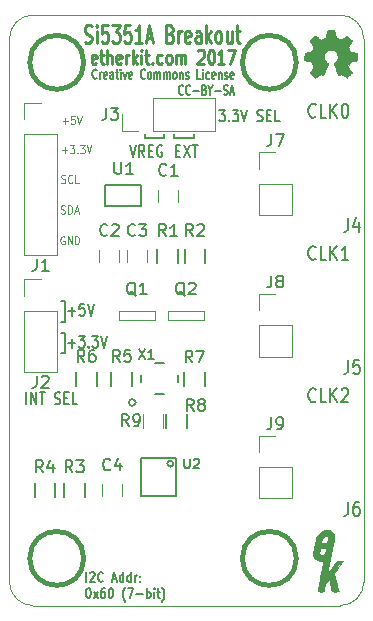
<source format=gbr>
G04 #@! TF.FileFunction,Legend,Top*
%FSLAX46Y46*%
G04 Gerber Fmt 4.6, Leading zero omitted, Abs format (unit mm)*
G04 Created by KiCad (PCBNEW 4.0.6-e0-6349~53~ubuntu16.04.1) date Fri Mar 17 13:45:09 2017*
%MOMM*%
%LPD*%
G01*
G04 APERTURE LIST*
%ADD10C,0.200000*%
%ADD11C,0.175000*%
%ADD12C,0.120000*%
%ADD13C,0.150000*%
%ADD14C,0.220000*%
%ADD15C,0.250000*%
%ADD16C,0.100000*%
%ADD17C,0.127000*%
%ADD18C,0.119380*%
%ADD19C,0.002540*%
%ADD20C,0.381000*%
G04 APERTURE END LIST*
D10*
X115650000Y-60400000D02*
X115650000Y-60050000D01*
X113950000Y-60400000D02*
X115650000Y-60400000D01*
X113950000Y-60050000D02*
X113950000Y-60400000D01*
X113100000Y-60400000D02*
X113100000Y-60050000D01*
X111450000Y-60400000D02*
X113100000Y-60400000D01*
X111450000Y-60050000D02*
X111450000Y-60400000D01*
D11*
X101440476Y-82952381D02*
X101440476Y-81952381D01*
X101821428Y-82952381D02*
X101821428Y-81952381D01*
X102278571Y-82952381D01*
X102278571Y-81952381D01*
X102545237Y-81952381D02*
X103002380Y-81952381D01*
X102773809Y-82952381D02*
X102773809Y-81952381D01*
X103840476Y-82904762D02*
X103954762Y-82952381D01*
X104145238Y-82952381D01*
X104221428Y-82904762D01*
X104259524Y-82857143D01*
X104297619Y-82761905D01*
X104297619Y-82666667D01*
X104259524Y-82571429D01*
X104221428Y-82523810D01*
X104145238Y-82476190D01*
X103992857Y-82428571D01*
X103916666Y-82380952D01*
X103878571Y-82333333D01*
X103840476Y-82238095D01*
X103840476Y-82142857D01*
X103878571Y-82047619D01*
X103916666Y-82000000D01*
X103992857Y-81952381D01*
X104183333Y-81952381D01*
X104297619Y-82000000D01*
X104640476Y-82428571D02*
X104907143Y-82428571D01*
X105021429Y-82952381D02*
X104640476Y-82952381D01*
X104640476Y-81952381D01*
X105021429Y-81952381D01*
X105745239Y-82952381D02*
X105364286Y-82952381D01*
X105364286Y-81952381D01*
D10*
X104700000Y-78600000D02*
X104350000Y-78600000D01*
X104700000Y-76900000D02*
X104700000Y-78600000D01*
X104350000Y-76900000D02*
X104700000Y-76900000D01*
X104700000Y-75950000D02*
X104350000Y-75950000D01*
X104700000Y-74200000D02*
X104700000Y-75900000D01*
X104350000Y-74200000D02*
X104700000Y-74200000D01*
D11*
X104950000Y-77771429D02*
X105559524Y-77771429D01*
X105254762Y-78152381D02*
X105254762Y-77390476D01*
X105864286Y-77152381D02*
X106359524Y-77152381D01*
X106092857Y-77533333D01*
X106207143Y-77533333D01*
X106283333Y-77580952D01*
X106321429Y-77628571D01*
X106359524Y-77723810D01*
X106359524Y-77961905D01*
X106321429Y-78057143D01*
X106283333Y-78104762D01*
X106207143Y-78152381D01*
X105978571Y-78152381D01*
X105902381Y-78104762D01*
X105864286Y-78057143D01*
X106702381Y-78057143D02*
X106740476Y-78104762D01*
X106702381Y-78152381D01*
X106664286Y-78104762D01*
X106702381Y-78057143D01*
X106702381Y-78152381D01*
X107007143Y-77152381D02*
X107502381Y-77152381D01*
X107235714Y-77533333D01*
X107350000Y-77533333D01*
X107426190Y-77580952D01*
X107464286Y-77628571D01*
X107502381Y-77723810D01*
X107502381Y-77961905D01*
X107464286Y-78057143D01*
X107426190Y-78104762D01*
X107350000Y-78152381D01*
X107121428Y-78152381D01*
X107045238Y-78104762D01*
X107007143Y-78057143D01*
X107730952Y-77152381D02*
X107997619Y-78152381D01*
X108264286Y-77152381D01*
X104971429Y-75071429D02*
X105580953Y-75071429D01*
X105276191Y-75452381D02*
X105276191Y-74690476D01*
X106342858Y-74452381D02*
X105961905Y-74452381D01*
X105923810Y-74928571D01*
X105961905Y-74880952D01*
X106038096Y-74833333D01*
X106228572Y-74833333D01*
X106304762Y-74880952D01*
X106342858Y-74928571D01*
X106380953Y-75023810D01*
X106380953Y-75261905D01*
X106342858Y-75357143D01*
X106304762Y-75404762D01*
X106228572Y-75452381D01*
X106038096Y-75452381D01*
X105961905Y-75404762D01*
X105923810Y-75357143D01*
X106609524Y-74452381D02*
X106876191Y-75452381D01*
X107142858Y-74452381D01*
X117747619Y-58002381D02*
X118242857Y-58002381D01*
X117976190Y-58383333D01*
X118090476Y-58383333D01*
X118166666Y-58430952D01*
X118204762Y-58478571D01*
X118242857Y-58573810D01*
X118242857Y-58811905D01*
X118204762Y-58907143D01*
X118166666Y-58954762D01*
X118090476Y-59002381D01*
X117861904Y-59002381D01*
X117785714Y-58954762D01*
X117747619Y-58907143D01*
X118585714Y-58907143D02*
X118623809Y-58954762D01*
X118585714Y-59002381D01*
X118547619Y-58954762D01*
X118585714Y-58907143D01*
X118585714Y-59002381D01*
X118890476Y-58002381D02*
X119385714Y-58002381D01*
X119119047Y-58383333D01*
X119233333Y-58383333D01*
X119309523Y-58430952D01*
X119347619Y-58478571D01*
X119385714Y-58573810D01*
X119385714Y-58811905D01*
X119347619Y-58907143D01*
X119309523Y-58954762D01*
X119233333Y-59002381D01*
X119004761Y-59002381D01*
X118928571Y-58954762D01*
X118890476Y-58907143D01*
X119614285Y-58002381D02*
X119880952Y-59002381D01*
X120147619Y-58002381D01*
X120985714Y-58954762D02*
X121100000Y-59002381D01*
X121290476Y-59002381D01*
X121366666Y-58954762D01*
X121404762Y-58907143D01*
X121442857Y-58811905D01*
X121442857Y-58716667D01*
X121404762Y-58621429D01*
X121366666Y-58573810D01*
X121290476Y-58526190D01*
X121138095Y-58478571D01*
X121061904Y-58430952D01*
X121023809Y-58383333D01*
X120985714Y-58288095D01*
X120985714Y-58192857D01*
X121023809Y-58097619D01*
X121061904Y-58050000D01*
X121138095Y-58002381D01*
X121328571Y-58002381D01*
X121442857Y-58050000D01*
X121785714Y-58478571D02*
X122052381Y-58478571D01*
X122166667Y-59002381D02*
X121785714Y-59002381D01*
X121785714Y-58002381D01*
X122166667Y-58002381D01*
X122890477Y-59002381D02*
X122509524Y-59002381D01*
X122509524Y-58002381D01*
X114092857Y-61478571D02*
X114359524Y-61478571D01*
X114473810Y-62002381D02*
X114092857Y-62002381D01*
X114092857Y-61002381D01*
X114473810Y-61002381D01*
X114740477Y-61002381D02*
X115273810Y-62002381D01*
X115273810Y-61002381D02*
X114740477Y-62002381D01*
X115464286Y-61002381D02*
X115921429Y-61002381D01*
X115692858Y-62002381D02*
X115692858Y-61002381D01*
X110171428Y-61002381D02*
X110438095Y-62002381D01*
X110704762Y-61002381D01*
X111428571Y-62002381D02*
X111161904Y-61526190D01*
X110971428Y-62002381D02*
X110971428Y-61002381D01*
X111276190Y-61002381D01*
X111352381Y-61050000D01*
X111390476Y-61097619D01*
X111428571Y-61192857D01*
X111428571Y-61335714D01*
X111390476Y-61430952D01*
X111352381Y-61478571D01*
X111276190Y-61526190D01*
X110971428Y-61526190D01*
X111771428Y-61478571D02*
X112038095Y-61478571D01*
X112152381Y-62002381D02*
X111771428Y-62002381D01*
X111771428Y-61002381D01*
X112152381Y-61002381D01*
X112914286Y-61050000D02*
X112838095Y-61002381D01*
X112723810Y-61002381D01*
X112609524Y-61050000D01*
X112533333Y-61145238D01*
X112495238Y-61240476D01*
X112457143Y-61430952D01*
X112457143Y-61573810D01*
X112495238Y-61764286D01*
X112533333Y-61859524D01*
X112609524Y-61954762D01*
X112723810Y-62002381D01*
X112800000Y-62002381D01*
X112914286Y-61954762D01*
X112952381Y-61907143D01*
X112952381Y-61573810D01*
X112800000Y-61573810D01*
D12*
X104492857Y-58950000D02*
X104950000Y-58950000D01*
X104721429Y-59216667D02*
X104721429Y-58683333D01*
X105521428Y-58516667D02*
X105235714Y-58516667D01*
X105207143Y-58850000D01*
X105235714Y-58816667D01*
X105292857Y-58783333D01*
X105435714Y-58783333D01*
X105492857Y-58816667D01*
X105521428Y-58850000D01*
X105550000Y-58916667D01*
X105550000Y-59083333D01*
X105521428Y-59150000D01*
X105492857Y-59183333D01*
X105435714Y-59216667D01*
X105292857Y-59216667D01*
X105235714Y-59183333D01*
X105207143Y-59150000D01*
X105721429Y-58516667D02*
X105921429Y-59216667D01*
X106121429Y-58516667D01*
D13*
X107385714Y-55310714D02*
X107357143Y-55348810D01*
X107271429Y-55386905D01*
X107214286Y-55386905D01*
X107128571Y-55348810D01*
X107071429Y-55272619D01*
X107042857Y-55196429D01*
X107014286Y-55044048D01*
X107014286Y-54929762D01*
X107042857Y-54777381D01*
X107071429Y-54701190D01*
X107128571Y-54625000D01*
X107214286Y-54586905D01*
X107271429Y-54586905D01*
X107357143Y-54625000D01*
X107385714Y-54663095D01*
X107642857Y-55386905D02*
X107642857Y-54853571D01*
X107642857Y-55005952D02*
X107671429Y-54929762D01*
X107700000Y-54891667D01*
X107757143Y-54853571D01*
X107814286Y-54853571D01*
X108242858Y-55348810D02*
X108185715Y-55386905D01*
X108071429Y-55386905D01*
X108014286Y-55348810D01*
X107985715Y-55272619D01*
X107985715Y-54967857D01*
X108014286Y-54891667D01*
X108071429Y-54853571D01*
X108185715Y-54853571D01*
X108242858Y-54891667D01*
X108271429Y-54967857D01*
X108271429Y-55044048D01*
X107985715Y-55120238D01*
X108785715Y-55386905D02*
X108785715Y-54967857D01*
X108757144Y-54891667D01*
X108700001Y-54853571D01*
X108585715Y-54853571D01*
X108528572Y-54891667D01*
X108785715Y-55348810D02*
X108728572Y-55386905D01*
X108585715Y-55386905D01*
X108528572Y-55348810D01*
X108500001Y-55272619D01*
X108500001Y-55196429D01*
X108528572Y-55120238D01*
X108585715Y-55082143D01*
X108728572Y-55082143D01*
X108785715Y-55044048D01*
X108985715Y-54853571D02*
X109214286Y-54853571D01*
X109071429Y-54586905D02*
X109071429Y-55272619D01*
X109100001Y-55348810D01*
X109157143Y-55386905D01*
X109214286Y-55386905D01*
X109414286Y-55386905D02*
X109414286Y-54853571D01*
X109414286Y-54586905D02*
X109385715Y-54625000D01*
X109414286Y-54663095D01*
X109442858Y-54625000D01*
X109414286Y-54586905D01*
X109414286Y-54663095D01*
X109642857Y-54853571D02*
X109785714Y-55386905D01*
X109928572Y-54853571D01*
X110385715Y-55348810D02*
X110328572Y-55386905D01*
X110214286Y-55386905D01*
X110157143Y-55348810D01*
X110128572Y-55272619D01*
X110128572Y-54967857D01*
X110157143Y-54891667D01*
X110214286Y-54853571D01*
X110328572Y-54853571D01*
X110385715Y-54891667D01*
X110414286Y-54967857D01*
X110414286Y-55044048D01*
X110128572Y-55120238D01*
X111471429Y-55310714D02*
X111442858Y-55348810D01*
X111357144Y-55386905D01*
X111300001Y-55386905D01*
X111214286Y-55348810D01*
X111157144Y-55272619D01*
X111128572Y-55196429D01*
X111100001Y-55044048D01*
X111100001Y-54929762D01*
X111128572Y-54777381D01*
X111157144Y-54701190D01*
X111214286Y-54625000D01*
X111300001Y-54586905D01*
X111357144Y-54586905D01*
X111442858Y-54625000D01*
X111471429Y-54663095D01*
X111814286Y-55386905D02*
X111757144Y-55348810D01*
X111728572Y-55310714D01*
X111700001Y-55234524D01*
X111700001Y-55005952D01*
X111728572Y-54929762D01*
X111757144Y-54891667D01*
X111814286Y-54853571D01*
X111900001Y-54853571D01*
X111957144Y-54891667D01*
X111985715Y-54929762D01*
X112014286Y-55005952D01*
X112014286Y-55234524D01*
X111985715Y-55310714D01*
X111957144Y-55348810D01*
X111900001Y-55386905D01*
X111814286Y-55386905D01*
X112271429Y-55386905D02*
X112271429Y-54853571D01*
X112271429Y-54929762D02*
X112300001Y-54891667D01*
X112357143Y-54853571D01*
X112442858Y-54853571D01*
X112500001Y-54891667D01*
X112528572Y-54967857D01*
X112528572Y-55386905D01*
X112528572Y-54967857D02*
X112557143Y-54891667D01*
X112614286Y-54853571D01*
X112700001Y-54853571D01*
X112757143Y-54891667D01*
X112785715Y-54967857D01*
X112785715Y-55386905D01*
X113071429Y-55386905D02*
X113071429Y-54853571D01*
X113071429Y-54929762D02*
X113100001Y-54891667D01*
X113157143Y-54853571D01*
X113242858Y-54853571D01*
X113300001Y-54891667D01*
X113328572Y-54967857D01*
X113328572Y-55386905D01*
X113328572Y-54967857D02*
X113357143Y-54891667D01*
X113414286Y-54853571D01*
X113500001Y-54853571D01*
X113557143Y-54891667D01*
X113585715Y-54967857D01*
X113585715Y-55386905D01*
X113957143Y-55386905D02*
X113900001Y-55348810D01*
X113871429Y-55310714D01*
X113842858Y-55234524D01*
X113842858Y-55005952D01*
X113871429Y-54929762D01*
X113900001Y-54891667D01*
X113957143Y-54853571D01*
X114042858Y-54853571D01*
X114100001Y-54891667D01*
X114128572Y-54929762D01*
X114157143Y-55005952D01*
X114157143Y-55234524D01*
X114128572Y-55310714D01*
X114100001Y-55348810D01*
X114042858Y-55386905D01*
X113957143Y-55386905D01*
X114414286Y-54853571D02*
X114414286Y-55386905D01*
X114414286Y-54929762D02*
X114442858Y-54891667D01*
X114500000Y-54853571D01*
X114585715Y-54853571D01*
X114642858Y-54891667D01*
X114671429Y-54967857D01*
X114671429Y-55386905D01*
X114928572Y-55348810D02*
X114985715Y-55386905D01*
X115100000Y-55386905D01*
X115157143Y-55348810D01*
X115185715Y-55272619D01*
X115185715Y-55234524D01*
X115157143Y-55158333D01*
X115100000Y-55120238D01*
X115014286Y-55120238D01*
X114957143Y-55082143D01*
X114928572Y-55005952D01*
X114928572Y-54967857D01*
X114957143Y-54891667D01*
X115014286Y-54853571D01*
X115100000Y-54853571D01*
X115157143Y-54891667D01*
X116185714Y-55386905D02*
X115900000Y-55386905D01*
X115900000Y-54586905D01*
X116385714Y-55386905D02*
X116385714Y-54853571D01*
X116385714Y-54586905D02*
X116357143Y-54625000D01*
X116385714Y-54663095D01*
X116414286Y-54625000D01*
X116385714Y-54586905D01*
X116385714Y-54663095D01*
X116928571Y-55348810D02*
X116871428Y-55386905D01*
X116757142Y-55386905D01*
X116700000Y-55348810D01*
X116671428Y-55310714D01*
X116642857Y-55234524D01*
X116642857Y-55005952D01*
X116671428Y-54929762D01*
X116700000Y-54891667D01*
X116757142Y-54853571D01*
X116871428Y-54853571D01*
X116928571Y-54891667D01*
X117414286Y-55348810D02*
X117357143Y-55386905D01*
X117242857Y-55386905D01*
X117185714Y-55348810D01*
X117157143Y-55272619D01*
X117157143Y-54967857D01*
X117185714Y-54891667D01*
X117242857Y-54853571D01*
X117357143Y-54853571D01*
X117414286Y-54891667D01*
X117442857Y-54967857D01*
X117442857Y-55044048D01*
X117157143Y-55120238D01*
X117700000Y-54853571D02*
X117700000Y-55386905D01*
X117700000Y-54929762D02*
X117728572Y-54891667D01*
X117785714Y-54853571D01*
X117871429Y-54853571D01*
X117928572Y-54891667D01*
X117957143Y-54967857D01*
X117957143Y-55386905D01*
X118214286Y-55348810D02*
X118271429Y-55386905D01*
X118385714Y-55386905D01*
X118442857Y-55348810D01*
X118471429Y-55272619D01*
X118471429Y-55234524D01*
X118442857Y-55158333D01*
X118385714Y-55120238D01*
X118300000Y-55120238D01*
X118242857Y-55082143D01*
X118214286Y-55005952D01*
X118214286Y-54967857D01*
X118242857Y-54891667D01*
X118300000Y-54853571D01*
X118385714Y-54853571D01*
X118442857Y-54891667D01*
X118957143Y-55348810D02*
X118900000Y-55386905D01*
X118785714Y-55386905D01*
X118728571Y-55348810D01*
X118700000Y-55272619D01*
X118700000Y-54967857D01*
X118728571Y-54891667D01*
X118785714Y-54853571D01*
X118900000Y-54853571D01*
X118957143Y-54891667D01*
X118985714Y-54967857D01*
X118985714Y-55044048D01*
X118700000Y-55120238D01*
X114699999Y-56660714D02*
X114671428Y-56698810D01*
X114585714Y-56736905D01*
X114528571Y-56736905D01*
X114442856Y-56698810D01*
X114385714Y-56622619D01*
X114357142Y-56546429D01*
X114328571Y-56394048D01*
X114328571Y-56279762D01*
X114357142Y-56127381D01*
X114385714Y-56051190D01*
X114442856Y-55975000D01*
X114528571Y-55936905D01*
X114585714Y-55936905D01*
X114671428Y-55975000D01*
X114699999Y-56013095D01*
X115299999Y-56660714D02*
X115271428Y-56698810D01*
X115185714Y-56736905D01*
X115128571Y-56736905D01*
X115042856Y-56698810D01*
X114985714Y-56622619D01*
X114957142Y-56546429D01*
X114928571Y-56394048D01*
X114928571Y-56279762D01*
X114957142Y-56127381D01*
X114985714Y-56051190D01*
X115042856Y-55975000D01*
X115128571Y-55936905D01*
X115185714Y-55936905D01*
X115271428Y-55975000D01*
X115299999Y-56013095D01*
X115557142Y-56432143D02*
X116014285Y-56432143D01*
X116499999Y-56317857D02*
X116585713Y-56355952D01*
X116614285Y-56394048D01*
X116642856Y-56470238D01*
X116642856Y-56584524D01*
X116614285Y-56660714D01*
X116585713Y-56698810D01*
X116528571Y-56736905D01*
X116299999Y-56736905D01*
X116299999Y-55936905D01*
X116499999Y-55936905D01*
X116557142Y-55975000D01*
X116585713Y-56013095D01*
X116614285Y-56089286D01*
X116614285Y-56165476D01*
X116585713Y-56241667D01*
X116557142Y-56279762D01*
X116499999Y-56317857D01*
X116299999Y-56317857D01*
X117014285Y-56355952D02*
X117014285Y-56736905D01*
X116814285Y-55936905D02*
X117014285Y-56355952D01*
X117214285Y-55936905D01*
X117414285Y-56432143D02*
X117871428Y-56432143D01*
X118128571Y-56698810D02*
X118214285Y-56736905D01*
X118357142Y-56736905D01*
X118414285Y-56698810D01*
X118442856Y-56660714D01*
X118471428Y-56584524D01*
X118471428Y-56508333D01*
X118442856Y-56432143D01*
X118414285Y-56394048D01*
X118357142Y-56355952D01*
X118242856Y-56317857D01*
X118185714Y-56279762D01*
X118157142Y-56241667D01*
X118128571Y-56165476D01*
X118128571Y-56089286D01*
X118157142Y-56013095D01*
X118185714Y-55975000D01*
X118242856Y-55936905D01*
X118385714Y-55936905D01*
X118471428Y-55975000D01*
X118700000Y-56508333D02*
X118985714Y-56508333D01*
X118642857Y-56736905D02*
X118842857Y-55936905D01*
X119042857Y-56736905D01*
D14*
X107342857Y-54085714D02*
X107257143Y-54142857D01*
X107085714Y-54142857D01*
X107000000Y-54085714D01*
X106957143Y-53971429D01*
X106957143Y-53514286D01*
X107000000Y-53400000D01*
X107085714Y-53342857D01*
X107257143Y-53342857D01*
X107342857Y-53400000D01*
X107385714Y-53514286D01*
X107385714Y-53628571D01*
X106957143Y-53742857D01*
X107642857Y-53342857D02*
X107985714Y-53342857D01*
X107771429Y-52942857D02*
X107771429Y-53971429D01*
X107814286Y-54085714D01*
X107900000Y-54142857D01*
X107985714Y-54142857D01*
X108285715Y-54142857D02*
X108285715Y-52942857D01*
X108671429Y-54142857D02*
X108671429Y-53514286D01*
X108628572Y-53400000D01*
X108542858Y-53342857D01*
X108414286Y-53342857D01*
X108328572Y-53400000D01*
X108285715Y-53457143D01*
X109442858Y-54085714D02*
X109357144Y-54142857D01*
X109185715Y-54142857D01*
X109100001Y-54085714D01*
X109057144Y-53971429D01*
X109057144Y-53514286D01*
X109100001Y-53400000D01*
X109185715Y-53342857D01*
X109357144Y-53342857D01*
X109442858Y-53400000D01*
X109485715Y-53514286D01*
X109485715Y-53628571D01*
X109057144Y-53742857D01*
X109871430Y-54142857D02*
X109871430Y-53342857D01*
X109871430Y-53571429D02*
X109914287Y-53457143D01*
X109957144Y-53400000D01*
X110042858Y-53342857D01*
X110128573Y-53342857D01*
X110428573Y-54142857D02*
X110428573Y-52942857D01*
X110514287Y-53685714D02*
X110771430Y-54142857D01*
X110771430Y-53342857D02*
X110428573Y-53800000D01*
X111157144Y-54142857D02*
X111157144Y-53342857D01*
X111157144Y-52942857D02*
X111114287Y-53000000D01*
X111157144Y-53057143D01*
X111200001Y-53000000D01*
X111157144Y-52942857D01*
X111157144Y-53057143D01*
X111457143Y-53342857D02*
X111800000Y-53342857D01*
X111585715Y-52942857D02*
X111585715Y-53971429D01*
X111628572Y-54085714D01*
X111714286Y-54142857D01*
X111800000Y-54142857D01*
X112100001Y-54028571D02*
X112142858Y-54085714D01*
X112100001Y-54142857D01*
X112057144Y-54085714D01*
X112100001Y-54028571D01*
X112100001Y-54142857D01*
X112914286Y-54085714D02*
X112828572Y-54142857D01*
X112657143Y-54142857D01*
X112571429Y-54085714D01*
X112528572Y-54028571D01*
X112485715Y-53914286D01*
X112485715Y-53571429D01*
X112528572Y-53457143D01*
X112571429Y-53400000D01*
X112657143Y-53342857D01*
X112828572Y-53342857D01*
X112914286Y-53400000D01*
X113428572Y-54142857D02*
X113342858Y-54085714D01*
X113300001Y-54028571D01*
X113257144Y-53914286D01*
X113257144Y-53571429D01*
X113300001Y-53457143D01*
X113342858Y-53400000D01*
X113428572Y-53342857D01*
X113557144Y-53342857D01*
X113642858Y-53400000D01*
X113685715Y-53457143D01*
X113728572Y-53571429D01*
X113728572Y-53914286D01*
X113685715Y-54028571D01*
X113642858Y-54085714D01*
X113557144Y-54142857D01*
X113428572Y-54142857D01*
X114114287Y-54142857D02*
X114114287Y-53342857D01*
X114114287Y-53457143D02*
X114157144Y-53400000D01*
X114242858Y-53342857D01*
X114371430Y-53342857D01*
X114457144Y-53400000D01*
X114500001Y-53514286D01*
X114500001Y-54142857D01*
X114500001Y-53514286D02*
X114542858Y-53400000D01*
X114628572Y-53342857D01*
X114757144Y-53342857D01*
X114842858Y-53400000D01*
X114885715Y-53514286D01*
X114885715Y-54142857D01*
X115957144Y-53057143D02*
X116000001Y-53000000D01*
X116085715Y-52942857D01*
X116300001Y-52942857D01*
X116385715Y-53000000D01*
X116428572Y-53057143D01*
X116471429Y-53171429D01*
X116471429Y-53285714D01*
X116428572Y-53457143D01*
X115914286Y-54142857D01*
X116471429Y-54142857D01*
X117028572Y-52942857D02*
X117114287Y-52942857D01*
X117200001Y-53000000D01*
X117242858Y-53057143D01*
X117285715Y-53171429D01*
X117328572Y-53400000D01*
X117328572Y-53685714D01*
X117285715Y-53914286D01*
X117242858Y-54028571D01*
X117200001Y-54085714D01*
X117114287Y-54142857D01*
X117028572Y-54142857D01*
X116942858Y-54085714D01*
X116900001Y-54028571D01*
X116857144Y-53914286D01*
X116814287Y-53685714D01*
X116814287Y-53400000D01*
X116857144Y-53171429D01*
X116900001Y-53057143D01*
X116942858Y-53000000D01*
X117028572Y-52942857D01*
X118185715Y-54142857D02*
X117671430Y-54142857D01*
X117928572Y-54142857D02*
X117928572Y-52942857D01*
X117842858Y-53114286D01*
X117757144Y-53228571D01*
X117671430Y-53285714D01*
X118485715Y-52942857D02*
X119085715Y-52942857D01*
X118700001Y-54142857D01*
D12*
X104442857Y-61450000D02*
X104900000Y-61450000D01*
X104671429Y-61716667D02*
X104671429Y-61183333D01*
X105128571Y-61016667D02*
X105500000Y-61016667D01*
X105300000Y-61283333D01*
X105385714Y-61283333D01*
X105442857Y-61316667D01*
X105471428Y-61350000D01*
X105500000Y-61416667D01*
X105500000Y-61583333D01*
X105471428Y-61650000D01*
X105442857Y-61683333D01*
X105385714Y-61716667D01*
X105214286Y-61716667D01*
X105157143Y-61683333D01*
X105128571Y-61650000D01*
X105757143Y-61650000D02*
X105785715Y-61683333D01*
X105757143Y-61716667D01*
X105728572Y-61683333D01*
X105757143Y-61650000D01*
X105757143Y-61716667D01*
X105985714Y-61016667D02*
X106357143Y-61016667D01*
X106157143Y-61283333D01*
X106242857Y-61283333D01*
X106300000Y-61316667D01*
X106328571Y-61350000D01*
X106357143Y-61416667D01*
X106357143Y-61583333D01*
X106328571Y-61650000D01*
X106300000Y-61683333D01*
X106242857Y-61716667D01*
X106071429Y-61716667D01*
X106014286Y-61683333D01*
X105985714Y-61650000D01*
X106528572Y-61016667D02*
X106728572Y-61716667D01*
X106928572Y-61016667D01*
X104385715Y-64183333D02*
X104471429Y-64216667D01*
X104614286Y-64216667D01*
X104671429Y-64183333D01*
X104700000Y-64150000D01*
X104728572Y-64083333D01*
X104728572Y-64016667D01*
X104700000Y-63950000D01*
X104671429Y-63916667D01*
X104614286Y-63883333D01*
X104500000Y-63850000D01*
X104442858Y-63816667D01*
X104414286Y-63783333D01*
X104385715Y-63716667D01*
X104385715Y-63650000D01*
X104414286Y-63583333D01*
X104442858Y-63550000D01*
X104500000Y-63516667D01*
X104642858Y-63516667D01*
X104728572Y-63550000D01*
X105328572Y-64150000D02*
X105300001Y-64183333D01*
X105214287Y-64216667D01*
X105157144Y-64216667D01*
X105071429Y-64183333D01*
X105014287Y-64116667D01*
X104985715Y-64050000D01*
X104957144Y-63916667D01*
X104957144Y-63816667D01*
X104985715Y-63683333D01*
X105014287Y-63616667D01*
X105071429Y-63550000D01*
X105157144Y-63516667D01*
X105214287Y-63516667D01*
X105300001Y-63550000D01*
X105328572Y-63583333D01*
X105871429Y-64216667D02*
X105585715Y-64216667D01*
X105585715Y-63516667D01*
X104371429Y-66783333D02*
X104457143Y-66816667D01*
X104600000Y-66816667D01*
X104657143Y-66783333D01*
X104685714Y-66750000D01*
X104714286Y-66683333D01*
X104714286Y-66616667D01*
X104685714Y-66550000D01*
X104657143Y-66516667D01*
X104600000Y-66483333D01*
X104485714Y-66450000D01*
X104428572Y-66416667D01*
X104400000Y-66383333D01*
X104371429Y-66316667D01*
X104371429Y-66250000D01*
X104400000Y-66183333D01*
X104428572Y-66150000D01*
X104485714Y-66116667D01*
X104628572Y-66116667D01*
X104714286Y-66150000D01*
X104971429Y-66816667D02*
X104971429Y-66116667D01*
X105114286Y-66116667D01*
X105200001Y-66150000D01*
X105257143Y-66216667D01*
X105285715Y-66283333D01*
X105314286Y-66416667D01*
X105314286Y-66516667D01*
X105285715Y-66650000D01*
X105257143Y-66716667D01*
X105200001Y-66783333D01*
X105114286Y-66816667D01*
X104971429Y-66816667D01*
X105542858Y-66616667D02*
X105828572Y-66616667D01*
X105485715Y-66816667D02*
X105685715Y-66116667D01*
X105885715Y-66816667D01*
X104642858Y-68750000D02*
X104585715Y-68716667D01*
X104500001Y-68716667D01*
X104414286Y-68750000D01*
X104357144Y-68816667D01*
X104328572Y-68883333D01*
X104300001Y-69016667D01*
X104300001Y-69116667D01*
X104328572Y-69250000D01*
X104357144Y-69316667D01*
X104414286Y-69383333D01*
X104500001Y-69416667D01*
X104557144Y-69416667D01*
X104642858Y-69383333D01*
X104671429Y-69350000D01*
X104671429Y-69116667D01*
X104557144Y-69116667D01*
X104928572Y-69416667D02*
X104928572Y-68716667D01*
X105271429Y-69416667D01*
X105271429Y-68716667D01*
X105557143Y-69416667D02*
X105557143Y-68716667D01*
X105700000Y-68716667D01*
X105785715Y-68750000D01*
X105842857Y-68816667D01*
X105871429Y-68883333D01*
X105900000Y-69016667D01*
X105900000Y-69116667D01*
X105871429Y-69250000D01*
X105842857Y-69316667D01*
X105785715Y-69383333D01*
X105700000Y-69416667D01*
X105557143Y-69416667D01*
D10*
X125928572Y-58578571D02*
X125880953Y-58635714D01*
X125738096Y-58692857D01*
X125642858Y-58692857D01*
X125500000Y-58635714D01*
X125404762Y-58521429D01*
X125357143Y-58407143D01*
X125309524Y-58178571D01*
X125309524Y-58007143D01*
X125357143Y-57778571D01*
X125404762Y-57664286D01*
X125500000Y-57550000D01*
X125642858Y-57492857D01*
X125738096Y-57492857D01*
X125880953Y-57550000D01*
X125928572Y-57607143D01*
X126833334Y-58692857D02*
X126357143Y-58692857D01*
X126357143Y-57492857D01*
X127166667Y-58692857D02*
X127166667Y-57492857D01*
X127738096Y-58692857D02*
X127309524Y-58007143D01*
X127738096Y-57492857D02*
X127166667Y-58178571D01*
X128357143Y-57492857D02*
X128452382Y-57492857D01*
X128547620Y-57550000D01*
X128595239Y-57607143D01*
X128642858Y-57721429D01*
X128690477Y-57950000D01*
X128690477Y-58235714D01*
X128642858Y-58464286D01*
X128595239Y-58578571D01*
X128547620Y-58635714D01*
X128452382Y-58692857D01*
X128357143Y-58692857D01*
X128261905Y-58635714D01*
X128214286Y-58578571D01*
X128166667Y-58464286D01*
X128119048Y-58235714D01*
X128119048Y-57950000D01*
X128166667Y-57721429D01*
X128214286Y-57607143D01*
X128261905Y-57550000D01*
X128357143Y-57492857D01*
X125928572Y-70628571D02*
X125880953Y-70685714D01*
X125738096Y-70742857D01*
X125642858Y-70742857D01*
X125500000Y-70685714D01*
X125404762Y-70571429D01*
X125357143Y-70457143D01*
X125309524Y-70228571D01*
X125309524Y-70057143D01*
X125357143Y-69828571D01*
X125404762Y-69714286D01*
X125500000Y-69600000D01*
X125642858Y-69542857D01*
X125738096Y-69542857D01*
X125880953Y-69600000D01*
X125928572Y-69657143D01*
X126833334Y-70742857D02*
X126357143Y-70742857D01*
X126357143Y-69542857D01*
X127166667Y-70742857D02*
X127166667Y-69542857D01*
X127738096Y-70742857D02*
X127309524Y-70057143D01*
X127738096Y-69542857D02*
X127166667Y-70228571D01*
X128690477Y-70742857D02*
X128119048Y-70742857D01*
X128404762Y-70742857D02*
X128404762Y-69542857D01*
X128309524Y-69714286D01*
X128214286Y-69828571D01*
X128119048Y-69885714D01*
X125928572Y-82678571D02*
X125880953Y-82735714D01*
X125738096Y-82792857D01*
X125642858Y-82792857D01*
X125500000Y-82735714D01*
X125404762Y-82621429D01*
X125357143Y-82507143D01*
X125309524Y-82278571D01*
X125309524Y-82107143D01*
X125357143Y-81878571D01*
X125404762Y-81764286D01*
X125500000Y-81650000D01*
X125642858Y-81592857D01*
X125738096Y-81592857D01*
X125880953Y-81650000D01*
X125928572Y-81707143D01*
X126833334Y-82792857D02*
X126357143Y-82792857D01*
X126357143Y-81592857D01*
X127166667Y-82792857D02*
X127166667Y-81592857D01*
X127738096Y-82792857D02*
X127309524Y-82107143D01*
X127738096Y-81592857D02*
X127166667Y-82278571D01*
X128119048Y-81707143D02*
X128166667Y-81650000D01*
X128261905Y-81592857D01*
X128500001Y-81592857D01*
X128595239Y-81650000D01*
X128642858Y-81707143D01*
X128690477Y-81821429D01*
X128690477Y-81935714D01*
X128642858Y-82107143D01*
X128071429Y-82792857D01*
X128690477Y-82792857D01*
D11*
X106516667Y-97974405D02*
X106516667Y-97174405D01*
X106816666Y-97250595D02*
X106850000Y-97212500D01*
X106916666Y-97174405D01*
X107083333Y-97174405D01*
X107150000Y-97212500D01*
X107183333Y-97250595D01*
X107216666Y-97326786D01*
X107216666Y-97402976D01*
X107183333Y-97517262D01*
X106783333Y-97974405D01*
X107216666Y-97974405D01*
X107916667Y-97898214D02*
X107883333Y-97936310D01*
X107783333Y-97974405D01*
X107716667Y-97974405D01*
X107616667Y-97936310D01*
X107550000Y-97860119D01*
X107516667Y-97783929D01*
X107483333Y-97631548D01*
X107483333Y-97517262D01*
X107516667Y-97364881D01*
X107550000Y-97288690D01*
X107616667Y-97212500D01*
X107716667Y-97174405D01*
X107783333Y-97174405D01*
X107883333Y-97212500D01*
X107916667Y-97250595D01*
X108716666Y-97745833D02*
X109050000Y-97745833D01*
X108650000Y-97974405D02*
X108883333Y-97174405D01*
X109116666Y-97974405D01*
X109650000Y-97974405D02*
X109650000Y-97174405D01*
X109650000Y-97936310D02*
X109583333Y-97974405D01*
X109450000Y-97974405D01*
X109383333Y-97936310D01*
X109350000Y-97898214D01*
X109316666Y-97822024D01*
X109316666Y-97593452D01*
X109350000Y-97517262D01*
X109383333Y-97479167D01*
X109450000Y-97441071D01*
X109583333Y-97441071D01*
X109650000Y-97479167D01*
X110283333Y-97974405D02*
X110283333Y-97174405D01*
X110283333Y-97936310D02*
X110216666Y-97974405D01*
X110083333Y-97974405D01*
X110016666Y-97936310D01*
X109983333Y-97898214D01*
X109949999Y-97822024D01*
X109949999Y-97593452D01*
X109983333Y-97517262D01*
X110016666Y-97479167D01*
X110083333Y-97441071D01*
X110216666Y-97441071D01*
X110283333Y-97479167D01*
X110616666Y-97974405D02*
X110616666Y-97441071D01*
X110616666Y-97593452D02*
X110649999Y-97517262D01*
X110683332Y-97479167D01*
X110749999Y-97441071D01*
X110816666Y-97441071D01*
X111049999Y-97898214D02*
X111083332Y-97936310D01*
X111049999Y-97974405D01*
X111016665Y-97936310D01*
X111049999Y-97898214D01*
X111049999Y-97974405D01*
X111049999Y-97479167D02*
X111083332Y-97517262D01*
X111049999Y-97555357D01*
X111016665Y-97517262D01*
X111049999Y-97479167D01*
X111049999Y-97555357D01*
X106650000Y-98549405D02*
X106716667Y-98549405D01*
X106783333Y-98587500D01*
X106816667Y-98625595D01*
X106850000Y-98701786D01*
X106883333Y-98854167D01*
X106883333Y-99044643D01*
X106850000Y-99197024D01*
X106816667Y-99273214D01*
X106783333Y-99311310D01*
X106716667Y-99349405D01*
X106650000Y-99349405D01*
X106583333Y-99311310D01*
X106550000Y-99273214D01*
X106516667Y-99197024D01*
X106483333Y-99044643D01*
X106483333Y-98854167D01*
X106516667Y-98701786D01*
X106550000Y-98625595D01*
X106583333Y-98587500D01*
X106650000Y-98549405D01*
X107116667Y-99349405D02*
X107483334Y-98816071D01*
X107116667Y-98816071D02*
X107483334Y-99349405D01*
X108050001Y-98549405D02*
X107916667Y-98549405D01*
X107850001Y-98587500D01*
X107816667Y-98625595D01*
X107750001Y-98739881D01*
X107716667Y-98892262D01*
X107716667Y-99197024D01*
X107750001Y-99273214D01*
X107783334Y-99311310D01*
X107850001Y-99349405D01*
X107983334Y-99349405D01*
X108050001Y-99311310D01*
X108083334Y-99273214D01*
X108116667Y-99197024D01*
X108116667Y-99006548D01*
X108083334Y-98930357D01*
X108050001Y-98892262D01*
X107983334Y-98854167D01*
X107850001Y-98854167D01*
X107783334Y-98892262D01*
X107750001Y-98930357D01*
X107716667Y-99006548D01*
X108550001Y-98549405D02*
X108616668Y-98549405D01*
X108683334Y-98587500D01*
X108716668Y-98625595D01*
X108750001Y-98701786D01*
X108783334Y-98854167D01*
X108783334Y-99044643D01*
X108750001Y-99197024D01*
X108716668Y-99273214D01*
X108683334Y-99311310D01*
X108616668Y-99349405D01*
X108550001Y-99349405D01*
X108483334Y-99311310D01*
X108450001Y-99273214D01*
X108416668Y-99197024D01*
X108383334Y-99044643D01*
X108383334Y-98854167D01*
X108416668Y-98701786D01*
X108450001Y-98625595D01*
X108483334Y-98587500D01*
X108550001Y-98549405D01*
X109816668Y-99654167D02*
X109783334Y-99616071D01*
X109716668Y-99501786D01*
X109683334Y-99425595D01*
X109650001Y-99311310D01*
X109616668Y-99120833D01*
X109616668Y-98968452D01*
X109650001Y-98777976D01*
X109683334Y-98663690D01*
X109716668Y-98587500D01*
X109783334Y-98473214D01*
X109816668Y-98435119D01*
X110016668Y-98549405D02*
X110483335Y-98549405D01*
X110183335Y-99349405D01*
X110750002Y-99044643D02*
X111283335Y-99044643D01*
X111616669Y-99349405D02*
X111616669Y-98549405D01*
X111616669Y-98854167D02*
X111683335Y-98816071D01*
X111816669Y-98816071D01*
X111883335Y-98854167D01*
X111916669Y-98892262D01*
X111950002Y-98968452D01*
X111950002Y-99197024D01*
X111916669Y-99273214D01*
X111883335Y-99311310D01*
X111816669Y-99349405D01*
X111683335Y-99349405D01*
X111616669Y-99311310D01*
X112250002Y-99349405D02*
X112250002Y-98816071D01*
X112250002Y-98549405D02*
X112216668Y-98587500D01*
X112250002Y-98625595D01*
X112283335Y-98587500D01*
X112250002Y-98549405D01*
X112250002Y-98625595D01*
X112483335Y-98816071D02*
X112750001Y-98816071D01*
X112583335Y-98549405D02*
X112583335Y-99235119D01*
X112616668Y-99311310D01*
X112683335Y-99349405D01*
X112750001Y-99349405D01*
X112916668Y-99654167D02*
X112950001Y-99616071D01*
X113016668Y-99501786D01*
X113050001Y-99425595D01*
X113083335Y-99311310D01*
X113116668Y-99120833D01*
X113116668Y-98968452D01*
X113083335Y-98777976D01*
X113050001Y-98663690D01*
X113016668Y-98587500D01*
X112950001Y-98473214D01*
X112916668Y-98435119D01*
D15*
X106376190Y-52307143D02*
X106519047Y-52378571D01*
X106757143Y-52378571D01*
X106852381Y-52307143D01*
X106900000Y-52235714D01*
X106947619Y-52092857D01*
X106947619Y-51950000D01*
X106900000Y-51807143D01*
X106852381Y-51735714D01*
X106757143Y-51664286D01*
X106566666Y-51592857D01*
X106471428Y-51521429D01*
X106423809Y-51450000D01*
X106376190Y-51307143D01*
X106376190Y-51164286D01*
X106423809Y-51021429D01*
X106471428Y-50950000D01*
X106566666Y-50878571D01*
X106804762Y-50878571D01*
X106947619Y-50950000D01*
X107376190Y-52378571D02*
X107376190Y-51378571D01*
X107376190Y-50878571D02*
X107328571Y-50950000D01*
X107376190Y-51021429D01*
X107423809Y-50950000D01*
X107376190Y-50878571D01*
X107376190Y-51021429D01*
X108328571Y-50878571D02*
X107852380Y-50878571D01*
X107804761Y-51592857D01*
X107852380Y-51521429D01*
X107947618Y-51450000D01*
X108185714Y-51450000D01*
X108280952Y-51521429D01*
X108328571Y-51592857D01*
X108376190Y-51735714D01*
X108376190Y-52092857D01*
X108328571Y-52235714D01*
X108280952Y-52307143D01*
X108185714Y-52378571D01*
X107947618Y-52378571D01*
X107852380Y-52307143D01*
X107804761Y-52235714D01*
X108709523Y-50878571D02*
X109328571Y-50878571D01*
X108995237Y-51450000D01*
X109138095Y-51450000D01*
X109233333Y-51521429D01*
X109280952Y-51592857D01*
X109328571Y-51735714D01*
X109328571Y-52092857D01*
X109280952Y-52235714D01*
X109233333Y-52307143D01*
X109138095Y-52378571D01*
X108852380Y-52378571D01*
X108757142Y-52307143D01*
X108709523Y-52235714D01*
X110233333Y-50878571D02*
X109757142Y-50878571D01*
X109709523Y-51592857D01*
X109757142Y-51521429D01*
X109852380Y-51450000D01*
X110090476Y-51450000D01*
X110185714Y-51521429D01*
X110233333Y-51592857D01*
X110280952Y-51735714D01*
X110280952Y-52092857D01*
X110233333Y-52235714D01*
X110185714Y-52307143D01*
X110090476Y-52378571D01*
X109852380Y-52378571D01*
X109757142Y-52307143D01*
X109709523Y-52235714D01*
X111233333Y-52378571D02*
X110661904Y-52378571D01*
X110947618Y-52378571D02*
X110947618Y-50878571D01*
X110852380Y-51092857D01*
X110757142Y-51235714D01*
X110661904Y-51307143D01*
X111614285Y-51950000D02*
X112090476Y-51950000D01*
X111519047Y-52378571D02*
X111852380Y-50878571D01*
X112185714Y-52378571D01*
X113614286Y-51592857D02*
X113757143Y-51664286D01*
X113804762Y-51735714D01*
X113852381Y-51878571D01*
X113852381Y-52092857D01*
X113804762Y-52235714D01*
X113757143Y-52307143D01*
X113661905Y-52378571D01*
X113280952Y-52378571D01*
X113280952Y-50878571D01*
X113614286Y-50878571D01*
X113709524Y-50950000D01*
X113757143Y-51021429D01*
X113804762Y-51164286D01*
X113804762Y-51307143D01*
X113757143Y-51450000D01*
X113709524Y-51521429D01*
X113614286Y-51592857D01*
X113280952Y-51592857D01*
X114280952Y-52378571D02*
X114280952Y-51378571D01*
X114280952Y-51664286D02*
X114328571Y-51521429D01*
X114376190Y-51450000D01*
X114471428Y-51378571D01*
X114566667Y-51378571D01*
X115280953Y-52307143D02*
X115185715Y-52378571D01*
X114995238Y-52378571D01*
X114900000Y-52307143D01*
X114852381Y-52164286D01*
X114852381Y-51592857D01*
X114900000Y-51450000D01*
X114995238Y-51378571D01*
X115185715Y-51378571D01*
X115280953Y-51450000D01*
X115328572Y-51592857D01*
X115328572Y-51735714D01*
X114852381Y-51878571D01*
X116185715Y-52378571D02*
X116185715Y-51592857D01*
X116138096Y-51450000D01*
X116042858Y-51378571D01*
X115852381Y-51378571D01*
X115757143Y-51450000D01*
X116185715Y-52307143D02*
X116090477Y-52378571D01*
X115852381Y-52378571D01*
X115757143Y-52307143D01*
X115709524Y-52164286D01*
X115709524Y-52021429D01*
X115757143Y-51878571D01*
X115852381Y-51807143D01*
X116090477Y-51807143D01*
X116185715Y-51735714D01*
X116661905Y-52378571D02*
X116661905Y-50878571D01*
X116757143Y-51807143D02*
X117042858Y-52378571D01*
X117042858Y-51378571D02*
X116661905Y-51950000D01*
X117614286Y-52378571D02*
X117519048Y-52307143D01*
X117471429Y-52235714D01*
X117423810Y-52092857D01*
X117423810Y-51664286D01*
X117471429Y-51521429D01*
X117519048Y-51450000D01*
X117614286Y-51378571D01*
X117757144Y-51378571D01*
X117852382Y-51450000D01*
X117900001Y-51521429D01*
X117947620Y-51664286D01*
X117947620Y-52092857D01*
X117900001Y-52235714D01*
X117852382Y-52307143D01*
X117757144Y-52378571D01*
X117614286Y-52378571D01*
X118804763Y-51378571D02*
X118804763Y-52378571D01*
X118376191Y-51378571D02*
X118376191Y-52164286D01*
X118423810Y-52307143D01*
X118519048Y-52378571D01*
X118661906Y-52378571D01*
X118757144Y-52307143D01*
X118804763Y-52235714D01*
X119138096Y-51378571D02*
X119519048Y-51378571D01*
X119280953Y-50878571D02*
X119280953Y-52164286D01*
X119328572Y-52307143D01*
X119423810Y-52378571D01*
X119519048Y-52378571D01*
D16*
X128000000Y-100000000D02*
G75*
G03X130000000Y-98000000I0J2000000D01*
G01*
X100000000Y-98000000D02*
G75*
G03X102000000Y-100000000I2000000J0D01*
G01*
X130000000Y-52000000D02*
G75*
G03X128000000Y-50000000I-2000000J0D01*
G01*
X102000000Y-50000000D02*
G75*
G03X100000000Y-52000000I0J-2000000D01*
G01*
X128000000Y-50000000D02*
X102000000Y-50000000D01*
X130000000Y-98000000D02*
X130000000Y-52000000D01*
X102000000Y-100000000D02*
X128000000Y-100000000D01*
X100000000Y-52000000D02*
X100000000Y-98000000D01*
D13*
X110685044Y-82800000D02*
G75*
G03X110685044Y-82800000I-285044J0D01*
G01*
X112300000Y-79500000D02*
X113100000Y-79500000D01*
X112300000Y-82100000D02*
X113100000Y-82100000D01*
X114300000Y-80500000D02*
X114300000Y-81100000D01*
X111100000Y-80500000D02*
X111100000Y-81100000D01*
X113275000Y-84950000D02*
X113275000Y-83750000D01*
X115025000Y-83750000D02*
X115025000Y-84950000D01*
X114775000Y-81400000D02*
X114775000Y-80200000D01*
X116525000Y-80200000D02*
X116525000Y-81400000D01*
X105625000Y-81400000D02*
X105625000Y-80200000D01*
X107375000Y-80200000D02*
X107375000Y-81400000D01*
X108625000Y-81400000D02*
X108625000Y-80200000D01*
X110375000Y-80200000D02*
X110375000Y-81400000D01*
X102125000Y-90800000D02*
X102125000Y-89600000D01*
X103875000Y-89600000D02*
X103875000Y-90800000D01*
X104625000Y-90800000D02*
X104625000Y-89600000D01*
X106375000Y-89600000D02*
X106375000Y-90800000D01*
X114825000Y-71000000D02*
X114825000Y-69800000D01*
X116575000Y-69800000D02*
X116575000Y-71000000D01*
X112525000Y-71000000D02*
X112525000Y-69800000D01*
X114275000Y-69800000D02*
X114275000Y-71000000D01*
D12*
X121110000Y-88270000D02*
X121110000Y-90930000D01*
X121110000Y-90930000D02*
X123890000Y-90930000D01*
X123890000Y-90930000D02*
X123890000Y-88270000D01*
X123890000Y-88270000D02*
X121110000Y-88270000D01*
X121110000Y-87000000D02*
X121110000Y-85610000D01*
X121110000Y-85610000D02*
X122500000Y-85610000D01*
X121110000Y-76270000D02*
X121110000Y-78930000D01*
X121110000Y-78930000D02*
X123890000Y-78930000D01*
X123890000Y-78930000D02*
X123890000Y-76270000D01*
X123890000Y-76270000D02*
X121110000Y-76270000D01*
X121110000Y-75000000D02*
X121110000Y-73610000D01*
X121110000Y-73610000D02*
X122500000Y-73610000D01*
X121110000Y-64270000D02*
X121110000Y-66930000D01*
X121110000Y-66930000D02*
X123890000Y-66930000D01*
X123890000Y-66930000D02*
X123890000Y-64270000D01*
X123890000Y-64270000D02*
X121110000Y-64270000D01*
X121110000Y-63000000D02*
X121110000Y-61610000D01*
X121110000Y-61610000D02*
X122500000Y-61610000D01*
X112190000Y-59790000D02*
X117390000Y-59790000D01*
X117390000Y-59790000D02*
X117390000Y-57010000D01*
X117390000Y-57010000D02*
X112190000Y-57010000D01*
X112190000Y-57010000D02*
X112190000Y-59790000D01*
X110920000Y-59790000D02*
X109530000Y-59790000D01*
X109530000Y-59790000D02*
X109530000Y-58400000D01*
X101260000Y-75030000D02*
X101260000Y-80230000D01*
X101260000Y-80230000D02*
X104040000Y-80230000D01*
X104040000Y-80230000D02*
X104040000Y-75030000D01*
X104040000Y-75030000D02*
X101260000Y-75030000D01*
X101260000Y-73760000D02*
X101260000Y-72370000D01*
X101260000Y-72370000D02*
X102650000Y-72370000D01*
X101260000Y-60070000D02*
X101260000Y-70350000D01*
X101260000Y-70350000D02*
X104040000Y-70350000D01*
X104040000Y-70350000D02*
X104040000Y-60070000D01*
X104040000Y-60070000D02*
X101260000Y-60070000D01*
X101260000Y-58800000D02*
X101260000Y-57410000D01*
X101260000Y-57410000D02*
X102650000Y-57410000D01*
X109550000Y-90700000D02*
X109550000Y-89700000D01*
X107850000Y-89700000D02*
X107850000Y-90700000D01*
X111650000Y-70900000D02*
X111650000Y-69900000D01*
X109950000Y-69900000D02*
X109950000Y-70900000D01*
X109300000Y-70900000D02*
X109300000Y-69900000D01*
X107600000Y-69900000D02*
X107600000Y-70900000D01*
X114300000Y-65800000D02*
X114300000Y-64800000D01*
X112600000Y-64800000D02*
X112600000Y-65800000D01*
D17*
X108126000Y-66139000D02*
X108126000Y-64361000D01*
X108126000Y-64361000D02*
X111174000Y-64361000D01*
X111174000Y-64361000D02*
X111174000Y-66139000D01*
X111174000Y-66139000D02*
X108126000Y-66139000D01*
D18*
X116474000Y-75781000D02*
X113426000Y-75781000D01*
X113426000Y-75781000D02*
X113426000Y-75019000D01*
X113426000Y-75019000D02*
X116474000Y-75019000D01*
X116474000Y-75019000D02*
X116474000Y-75781000D01*
X112324000Y-75781000D02*
X109276000Y-75781000D01*
X109276000Y-75781000D02*
X109276000Y-75019000D01*
X109276000Y-75019000D02*
X112324000Y-75019000D01*
X112324000Y-75019000D02*
X112324000Y-75781000D01*
D19*
G36*
X127581660Y-98806040D02*
X127622300Y-98806040D01*
X127749300Y-98803500D01*
X127833120Y-98798420D01*
X127863600Y-98790800D01*
X127858520Y-98770480D01*
X127840740Y-98699360D01*
X127807720Y-98579980D01*
X127767080Y-98425040D01*
X127716280Y-98239620D01*
X127617220Y-97878940D01*
X127563880Y-97688440D01*
X127520700Y-97520800D01*
X127485140Y-97391260D01*
X127462280Y-97302360D01*
X127454660Y-97266800D01*
X127454660Y-97264260D01*
X127482600Y-97223620D01*
X127541020Y-97142340D01*
X127627380Y-97030580D01*
X127734060Y-96895960D01*
X127855980Y-96743560D01*
X128257300Y-96248260D01*
X127744220Y-96248260D01*
X127322580Y-96789280D01*
X127266700Y-96857860D01*
X127149860Y-97007720D01*
X127048260Y-97137260D01*
X126966980Y-97238860D01*
X126916180Y-97302360D01*
X126895860Y-97325220D01*
X126898400Y-97309980D01*
X126911100Y-97238860D01*
X126933960Y-97119480D01*
X126964440Y-96959460D01*
X127002540Y-96761340D01*
X127045720Y-96537820D01*
X127093980Y-96293980D01*
X127127000Y-96121260D01*
X127175260Y-95887580D01*
X127215900Y-95679300D01*
X127248920Y-95501500D01*
X127274320Y-95364340D01*
X127292100Y-95275440D01*
X127297180Y-95237340D01*
X127297180Y-95229720D01*
X127284480Y-95219560D01*
X127246380Y-95214480D01*
X127170180Y-95214480D01*
X127043180Y-95214480D01*
X126789180Y-95219560D01*
X126763780Y-95344020D01*
X126735840Y-95460860D01*
X126695200Y-95544680D01*
X126636780Y-95613260D01*
X126596140Y-95648820D01*
X126525020Y-95686920D01*
X126436120Y-95697080D01*
X126431040Y-95697080D01*
X126359920Y-95686920D01*
X126301500Y-95648820D01*
X126291340Y-95638660D01*
X126253240Y-95590400D01*
X126238000Y-95531980D01*
X126245620Y-95440540D01*
X126268480Y-95305920D01*
X126288800Y-95214480D01*
X126304040Y-95138280D01*
X126309120Y-95107800D01*
X126324360Y-95105260D01*
X126390400Y-95105260D01*
X126464060Y-95102720D01*
X126464060Y-94676000D01*
X126413260Y-94670920D01*
X126395480Y-94663300D01*
X126392940Y-94650600D01*
X126398020Y-94635360D01*
X126413260Y-94569320D01*
X126433580Y-94475340D01*
X126443740Y-94434700D01*
X126471680Y-94335640D01*
X126499620Y-94267060D01*
X126507240Y-94254360D01*
X126578360Y-94175620D01*
X126674880Y-94127360D01*
X126779020Y-94112120D01*
X126867920Y-94132440D01*
X126931420Y-94193400D01*
X126933960Y-94198480D01*
X126951740Y-94287380D01*
X126946660Y-94411840D01*
X126923800Y-94551540D01*
X126895860Y-94668380D01*
X126641860Y-94673460D01*
X126558040Y-94676000D01*
X126464060Y-94676000D01*
X126464060Y-95102720D01*
X126502160Y-95102720D01*
X126646940Y-95102720D01*
X126819660Y-95100180D01*
X127327660Y-95100180D01*
X127337820Y-95064620D01*
X127340360Y-95057000D01*
X127363220Y-94950320D01*
X127388620Y-94810620D01*
X127416560Y-94658220D01*
X127444500Y-94505820D01*
X127464820Y-94371200D01*
X127480060Y-94264520D01*
X127487680Y-94206100D01*
X127485140Y-94175620D01*
X127449580Y-93995280D01*
X127360680Y-93837800D01*
X127233680Y-93710800D01*
X127073660Y-93634600D01*
X127055880Y-93629520D01*
X126936500Y-93611740D01*
X126796800Y-93611740D01*
X126672340Y-93626980D01*
X126552960Y-93662540D01*
X126370080Y-93764140D01*
X126202440Y-93906380D01*
X126065280Y-94074020D01*
X125971300Y-94254360D01*
X125963680Y-94277220D01*
X125943360Y-94366120D01*
X125915420Y-94495660D01*
X125879860Y-94653140D01*
X125844300Y-94828400D01*
X125808740Y-95008740D01*
X125775720Y-95181460D01*
X125747780Y-95331320D01*
X125727460Y-95448160D01*
X125717300Y-95519280D01*
X125717300Y-95620880D01*
X125737620Y-95785980D01*
X125788420Y-95923140D01*
X125808740Y-95956160D01*
X125925580Y-96085700D01*
X126083060Y-96177140D01*
X126265940Y-96222860D01*
X126461520Y-96217780D01*
X126484380Y-96215240D01*
X126555500Y-96205080D01*
X126585980Y-96205080D01*
X126585980Y-96212700D01*
X126575820Y-96273660D01*
X126552960Y-96385420D01*
X126522480Y-96540360D01*
X126484380Y-96738480D01*
X126441200Y-96967080D01*
X126390400Y-97221080D01*
X126306580Y-97637640D01*
X126253240Y-97901800D01*
X126204980Y-98145640D01*
X126164340Y-98359000D01*
X126128780Y-98539340D01*
X126103380Y-98673960D01*
X126088140Y-98762860D01*
X126085600Y-98793340D01*
X126088140Y-98795880D01*
X126133860Y-98800960D01*
X126222760Y-98803500D01*
X126342140Y-98806040D01*
X126446280Y-98806040D01*
X126530100Y-98803500D01*
X126573280Y-98798420D01*
X126593600Y-98788260D01*
X126598680Y-98770480D01*
X126603760Y-98745080D01*
X126621540Y-98666340D01*
X126641860Y-98552040D01*
X126669800Y-98414880D01*
X126677420Y-98374240D01*
X126712980Y-98211680D01*
X126740920Y-98110080D01*
X126761240Y-98061820D01*
X126771400Y-98051660D01*
X126847600Y-97965300D01*
X126926340Y-97876400D01*
X127000000Y-97800200D01*
X127050800Y-97746860D01*
X127071120Y-97726540D01*
X127076200Y-97741780D01*
X127091440Y-97807820D01*
X127114300Y-97919580D01*
X127144780Y-98064360D01*
X127177800Y-98232000D01*
X127203200Y-98348840D01*
X127236220Y-98506320D01*
X127261620Y-98638400D01*
X127281940Y-98729840D01*
X127289560Y-98770480D01*
X127292100Y-98773020D01*
X127297180Y-98788260D01*
X127317500Y-98798420D01*
X127363220Y-98803500D01*
X127447040Y-98806040D01*
X127581660Y-98806040D01*
X127581660Y-98806040D01*
G37*
X127581660Y-98806040D02*
X127622300Y-98806040D01*
X127749300Y-98803500D01*
X127833120Y-98798420D01*
X127863600Y-98790800D01*
X127858520Y-98770480D01*
X127840740Y-98699360D01*
X127807720Y-98579980D01*
X127767080Y-98425040D01*
X127716280Y-98239620D01*
X127617220Y-97878940D01*
X127563880Y-97688440D01*
X127520700Y-97520800D01*
X127485140Y-97391260D01*
X127462280Y-97302360D01*
X127454660Y-97266800D01*
X127454660Y-97264260D01*
X127482600Y-97223620D01*
X127541020Y-97142340D01*
X127627380Y-97030580D01*
X127734060Y-96895960D01*
X127855980Y-96743560D01*
X128257300Y-96248260D01*
X127744220Y-96248260D01*
X127322580Y-96789280D01*
X127266700Y-96857860D01*
X127149860Y-97007720D01*
X127048260Y-97137260D01*
X126966980Y-97238860D01*
X126916180Y-97302360D01*
X126895860Y-97325220D01*
X126898400Y-97309980D01*
X126911100Y-97238860D01*
X126933960Y-97119480D01*
X126964440Y-96959460D01*
X127002540Y-96761340D01*
X127045720Y-96537820D01*
X127093980Y-96293980D01*
X127127000Y-96121260D01*
X127175260Y-95887580D01*
X127215900Y-95679300D01*
X127248920Y-95501500D01*
X127274320Y-95364340D01*
X127292100Y-95275440D01*
X127297180Y-95237340D01*
X127297180Y-95229720D01*
X127284480Y-95219560D01*
X127246380Y-95214480D01*
X127170180Y-95214480D01*
X127043180Y-95214480D01*
X126789180Y-95219560D01*
X126763780Y-95344020D01*
X126735840Y-95460860D01*
X126695200Y-95544680D01*
X126636780Y-95613260D01*
X126596140Y-95648820D01*
X126525020Y-95686920D01*
X126436120Y-95697080D01*
X126431040Y-95697080D01*
X126359920Y-95686920D01*
X126301500Y-95648820D01*
X126291340Y-95638660D01*
X126253240Y-95590400D01*
X126238000Y-95531980D01*
X126245620Y-95440540D01*
X126268480Y-95305920D01*
X126288800Y-95214480D01*
X126304040Y-95138280D01*
X126309120Y-95107800D01*
X126324360Y-95105260D01*
X126390400Y-95105260D01*
X126464060Y-95102720D01*
X126464060Y-94676000D01*
X126413260Y-94670920D01*
X126395480Y-94663300D01*
X126392940Y-94650600D01*
X126398020Y-94635360D01*
X126413260Y-94569320D01*
X126433580Y-94475340D01*
X126443740Y-94434700D01*
X126471680Y-94335640D01*
X126499620Y-94267060D01*
X126507240Y-94254360D01*
X126578360Y-94175620D01*
X126674880Y-94127360D01*
X126779020Y-94112120D01*
X126867920Y-94132440D01*
X126931420Y-94193400D01*
X126933960Y-94198480D01*
X126951740Y-94287380D01*
X126946660Y-94411840D01*
X126923800Y-94551540D01*
X126895860Y-94668380D01*
X126641860Y-94673460D01*
X126558040Y-94676000D01*
X126464060Y-94676000D01*
X126464060Y-95102720D01*
X126502160Y-95102720D01*
X126646940Y-95102720D01*
X126819660Y-95100180D01*
X127327660Y-95100180D01*
X127337820Y-95064620D01*
X127340360Y-95057000D01*
X127363220Y-94950320D01*
X127388620Y-94810620D01*
X127416560Y-94658220D01*
X127444500Y-94505820D01*
X127464820Y-94371200D01*
X127480060Y-94264520D01*
X127487680Y-94206100D01*
X127485140Y-94175620D01*
X127449580Y-93995280D01*
X127360680Y-93837800D01*
X127233680Y-93710800D01*
X127073660Y-93634600D01*
X127055880Y-93629520D01*
X126936500Y-93611740D01*
X126796800Y-93611740D01*
X126672340Y-93626980D01*
X126552960Y-93662540D01*
X126370080Y-93764140D01*
X126202440Y-93906380D01*
X126065280Y-94074020D01*
X125971300Y-94254360D01*
X125963680Y-94277220D01*
X125943360Y-94366120D01*
X125915420Y-94495660D01*
X125879860Y-94653140D01*
X125844300Y-94828400D01*
X125808740Y-95008740D01*
X125775720Y-95181460D01*
X125747780Y-95331320D01*
X125727460Y-95448160D01*
X125717300Y-95519280D01*
X125717300Y-95620880D01*
X125737620Y-95785980D01*
X125788420Y-95923140D01*
X125808740Y-95956160D01*
X125925580Y-96085700D01*
X126083060Y-96177140D01*
X126265940Y-96222860D01*
X126461520Y-96217780D01*
X126484380Y-96215240D01*
X126555500Y-96205080D01*
X126585980Y-96205080D01*
X126585980Y-96212700D01*
X126575820Y-96273660D01*
X126552960Y-96385420D01*
X126522480Y-96540360D01*
X126484380Y-96738480D01*
X126441200Y-96967080D01*
X126390400Y-97221080D01*
X126306580Y-97637640D01*
X126253240Y-97901800D01*
X126204980Y-98145640D01*
X126164340Y-98359000D01*
X126128780Y-98539340D01*
X126103380Y-98673960D01*
X126088140Y-98762860D01*
X126085600Y-98793340D01*
X126088140Y-98795880D01*
X126133860Y-98800960D01*
X126222760Y-98803500D01*
X126342140Y-98806040D01*
X126446280Y-98806040D01*
X126530100Y-98803500D01*
X126573280Y-98798420D01*
X126593600Y-98788260D01*
X126598680Y-98770480D01*
X126603760Y-98745080D01*
X126621540Y-98666340D01*
X126641860Y-98552040D01*
X126669800Y-98414880D01*
X126677420Y-98374240D01*
X126712980Y-98211680D01*
X126740920Y-98110080D01*
X126761240Y-98061820D01*
X126771400Y-98051660D01*
X126847600Y-97965300D01*
X126926340Y-97876400D01*
X127000000Y-97800200D01*
X127050800Y-97746860D01*
X127071120Y-97726540D01*
X127076200Y-97741780D01*
X127091440Y-97807820D01*
X127114300Y-97919580D01*
X127144780Y-98064360D01*
X127177800Y-98232000D01*
X127203200Y-98348840D01*
X127236220Y-98506320D01*
X127261620Y-98638400D01*
X127281940Y-98729840D01*
X127289560Y-98770480D01*
X127292100Y-98773020D01*
X127297180Y-98788260D01*
X127317500Y-98798420D01*
X127363220Y-98803500D01*
X127447040Y-98806040D01*
X127581660Y-98806040D01*
G36*
X125851260Y-55298980D02*
X125874120Y-55286280D01*
X125927460Y-55253260D01*
X126001120Y-55205000D01*
X126090020Y-55146580D01*
X126176380Y-55085620D01*
X126250040Y-55037360D01*
X126300840Y-55004340D01*
X126321160Y-54994180D01*
X126333860Y-54996720D01*
X126374500Y-55017040D01*
X126435460Y-55050060D01*
X126471020Y-55067840D01*
X126526900Y-55090700D01*
X126554840Y-55095780D01*
X126559920Y-55088160D01*
X126580240Y-55047520D01*
X126610720Y-54973860D01*
X126653900Y-54877340D01*
X126702160Y-54763040D01*
X126752960Y-54641120D01*
X126806300Y-54519200D01*
X126854560Y-54399820D01*
X126897740Y-54293140D01*
X126933300Y-54206780D01*
X126956160Y-54145820D01*
X126963780Y-54120420D01*
X126961240Y-54115340D01*
X126933300Y-54087400D01*
X126885040Y-54051840D01*
X126780900Y-53965480D01*
X126676760Y-53835940D01*
X126613260Y-53688620D01*
X126590400Y-53523520D01*
X126608180Y-53373660D01*
X126669140Y-53228880D01*
X126770740Y-53096800D01*
X126895200Y-53000280D01*
X127037440Y-52936780D01*
X127200000Y-52916460D01*
X127354940Y-52934240D01*
X127502260Y-52992660D01*
X127634340Y-53094260D01*
X127690220Y-53157760D01*
X127766420Y-53289840D01*
X127809600Y-53432080D01*
X127814680Y-53467640D01*
X127807060Y-53625120D01*
X127761340Y-53774980D01*
X127680060Y-53907060D01*
X127565760Y-54018820D01*
X127550520Y-54028980D01*
X127497180Y-54067080D01*
X127461620Y-54095020D01*
X127433680Y-54117880D01*
X127631800Y-54597940D01*
X127664820Y-54674140D01*
X127718160Y-54803680D01*
X127766420Y-54917980D01*
X127807060Y-55006880D01*
X127832460Y-55067840D01*
X127845160Y-55090700D01*
X127845160Y-55093240D01*
X127862940Y-55095780D01*
X127898500Y-55083080D01*
X127967080Y-55050060D01*
X128010260Y-55027200D01*
X128061060Y-55001800D01*
X128083920Y-54994180D01*
X128104240Y-55004340D01*
X128152500Y-55034820D01*
X128223620Y-55083080D01*
X128309980Y-55141500D01*
X128391260Y-55197380D01*
X128464920Y-55245640D01*
X128520800Y-55281200D01*
X128546200Y-55296440D01*
X128551280Y-55296440D01*
X128574140Y-55283740D01*
X128617320Y-55245640D01*
X128683360Y-55184680D01*
X128774800Y-55093240D01*
X128790040Y-55080540D01*
X128866240Y-55001800D01*
X128927200Y-54938300D01*
X128967840Y-54892580D01*
X128983080Y-54869720D01*
X128983080Y-54869720D01*
X128970380Y-54844320D01*
X128934820Y-54790980D01*
X128886560Y-54714780D01*
X128825600Y-54625880D01*
X128665580Y-54394740D01*
X128754480Y-54176300D01*
X128779880Y-54110260D01*
X128815440Y-54028980D01*
X128840840Y-53973100D01*
X128853540Y-53947700D01*
X128876400Y-53937540D01*
X128934820Y-53924840D01*
X129021180Y-53907060D01*
X129125320Y-53886740D01*
X129224380Y-53868960D01*
X129310740Y-53851180D01*
X129376780Y-53838480D01*
X129404720Y-53833400D01*
X129412340Y-53830860D01*
X129417420Y-53815620D01*
X129419960Y-53785140D01*
X129422500Y-53731800D01*
X129425040Y-53647980D01*
X129425040Y-53523520D01*
X129425040Y-53510820D01*
X129422500Y-53393980D01*
X129422500Y-53300000D01*
X129417420Y-53241580D01*
X129414880Y-53216180D01*
X129414880Y-53216180D01*
X129386940Y-53211100D01*
X129323440Y-53195860D01*
X129234540Y-53180620D01*
X129130400Y-53160300D01*
X129122780Y-53157760D01*
X129018640Y-53137440D01*
X128929740Y-53119660D01*
X128868780Y-53104420D01*
X128840840Y-53096800D01*
X128835760Y-53089180D01*
X128815440Y-53048540D01*
X128784960Y-52982500D01*
X128749400Y-52903760D01*
X128716380Y-52819940D01*
X128685900Y-52746280D01*
X128665580Y-52690400D01*
X128660500Y-52665000D01*
X128660500Y-52665000D01*
X128675740Y-52639600D01*
X128711300Y-52586260D01*
X128762100Y-52510060D01*
X128825600Y-52421160D01*
X128828140Y-52413540D01*
X128889100Y-52324640D01*
X128939900Y-52248440D01*
X128970380Y-52195100D01*
X128983080Y-52172240D01*
X128983080Y-52169700D01*
X128962760Y-52144300D01*
X128917040Y-52093500D01*
X128853540Y-52024920D01*
X128774800Y-51946180D01*
X128749400Y-51920780D01*
X128663040Y-51836960D01*
X128604620Y-51781080D01*
X128566520Y-51753140D01*
X128548740Y-51745520D01*
X128548740Y-51745520D01*
X128520800Y-51763300D01*
X128464920Y-51798860D01*
X128388720Y-51852200D01*
X128297280Y-51913160D01*
X128292200Y-51915700D01*
X128203300Y-51976660D01*
X128129640Y-52027460D01*
X128076300Y-52063020D01*
X128053440Y-52075720D01*
X128048360Y-52075720D01*
X128012800Y-52065560D01*
X127949300Y-52042700D01*
X127873100Y-52012220D01*
X127789280Y-51979200D01*
X127715620Y-51948720D01*
X127659740Y-51923320D01*
X127631800Y-51908080D01*
X127631800Y-51905540D01*
X127621640Y-51875060D01*
X127606400Y-51809020D01*
X127588620Y-51717580D01*
X127568300Y-51608360D01*
X127563220Y-51590580D01*
X127542900Y-51483900D01*
X127527660Y-51397540D01*
X127514960Y-51336580D01*
X127507340Y-51311180D01*
X127492100Y-51308640D01*
X127441300Y-51303560D01*
X127362560Y-51301020D01*
X127266040Y-51301020D01*
X127166980Y-51301020D01*
X127067920Y-51303560D01*
X126984100Y-51306100D01*
X126925680Y-51311180D01*
X126900280Y-51316260D01*
X126897740Y-51316260D01*
X126890120Y-51349280D01*
X126874880Y-51415320D01*
X126857100Y-51509300D01*
X126834240Y-51618520D01*
X126831700Y-51636300D01*
X126811380Y-51742980D01*
X126793600Y-51829340D01*
X126780900Y-51890300D01*
X126773280Y-51913160D01*
X126765660Y-51918240D01*
X126719940Y-51936020D01*
X126648820Y-51966500D01*
X126562460Y-52002060D01*
X126359260Y-52083340D01*
X126107800Y-51913160D01*
X126084940Y-51897920D01*
X125996040Y-51836960D01*
X125922380Y-51786160D01*
X125871580Y-51753140D01*
X125848720Y-51742980D01*
X125848720Y-51742980D01*
X125823320Y-51765840D01*
X125772520Y-51811560D01*
X125706480Y-51877600D01*
X125627740Y-51956340D01*
X125569320Y-52012220D01*
X125500740Y-52083340D01*
X125455020Y-52131600D01*
X125432160Y-52162080D01*
X125424540Y-52179860D01*
X125427080Y-52192560D01*
X125442320Y-52217960D01*
X125477880Y-52271300D01*
X125531220Y-52347500D01*
X125592180Y-52436400D01*
X125640440Y-52510060D01*
X125696320Y-52593880D01*
X125731880Y-52654840D01*
X125742040Y-52682780D01*
X125739500Y-52695480D01*
X125721720Y-52743740D01*
X125693780Y-52817400D01*
X125655680Y-52906300D01*
X125569320Y-53104420D01*
X125439780Y-53129820D01*
X125361040Y-53142520D01*
X125249280Y-53165380D01*
X125145140Y-53185700D01*
X124980040Y-53216180D01*
X124974960Y-53818160D01*
X125000360Y-53828320D01*
X125025760Y-53835940D01*
X125086720Y-53848640D01*
X125173080Y-53866420D01*
X125274680Y-53886740D01*
X125361040Y-53901980D01*
X125449940Y-53919760D01*
X125513440Y-53932460D01*
X125541380Y-53937540D01*
X125549000Y-53947700D01*
X125569320Y-53988340D01*
X125602340Y-54056920D01*
X125635360Y-54138200D01*
X125670920Y-54222020D01*
X125701400Y-54300760D01*
X125724260Y-54359180D01*
X125731880Y-54392200D01*
X125719180Y-54415060D01*
X125686160Y-54465860D01*
X125637900Y-54539520D01*
X125579480Y-54625880D01*
X125518520Y-54714780D01*
X125467720Y-54788440D01*
X125434700Y-54841780D01*
X125419460Y-54867180D01*
X125427080Y-54884960D01*
X125460100Y-54925600D01*
X125526140Y-54994180D01*
X125625200Y-55090700D01*
X125640440Y-55105940D01*
X125719180Y-55182140D01*
X125785220Y-55243100D01*
X125830940Y-55283740D01*
X125851260Y-55298980D01*
X125851260Y-55298980D01*
G37*
X125851260Y-55298980D02*
X125874120Y-55286280D01*
X125927460Y-55253260D01*
X126001120Y-55205000D01*
X126090020Y-55146580D01*
X126176380Y-55085620D01*
X126250040Y-55037360D01*
X126300840Y-55004340D01*
X126321160Y-54994180D01*
X126333860Y-54996720D01*
X126374500Y-55017040D01*
X126435460Y-55050060D01*
X126471020Y-55067840D01*
X126526900Y-55090700D01*
X126554840Y-55095780D01*
X126559920Y-55088160D01*
X126580240Y-55047520D01*
X126610720Y-54973860D01*
X126653900Y-54877340D01*
X126702160Y-54763040D01*
X126752960Y-54641120D01*
X126806300Y-54519200D01*
X126854560Y-54399820D01*
X126897740Y-54293140D01*
X126933300Y-54206780D01*
X126956160Y-54145820D01*
X126963780Y-54120420D01*
X126961240Y-54115340D01*
X126933300Y-54087400D01*
X126885040Y-54051840D01*
X126780900Y-53965480D01*
X126676760Y-53835940D01*
X126613260Y-53688620D01*
X126590400Y-53523520D01*
X126608180Y-53373660D01*
X126669140Y-53228880D01*
X126770740Y-53096800D01*
X126895200Y-53000280D01*
X127037440Y-52936780D01*
X127200000Y-52916460D01*
X127354940Y-52934240D01*
X127502260Y-52992660D01*
X127634340Y-53094260D01*
X127690220Y-53157760D01*
X127766420Y-53289840D01*
X127809600Y-53432080D01*
X127814680Y-53467640D01*
X127807060Y-53625120D01*
X127761340Y-53774980D01*
X127680060Y-53907060D01*
X127565760Y-54018820D01*
X127550520Y-54028980D01*
X127497180Y-54067080D01*
X127461620Y-54095020D01*
X127433680Y-54117880D01*
X127631800Y-54597940D01*
X127664820Y-54674140D01*
X127718160Y-54803680D01*
X127766420Y-54917980D01*
X127807060Y-55006880D01*
X127832460Y-55067840D01*
X127845160Y-55090700D01*
X127845160Y-55093240D01*
X127862940Y-55095780D01*
X127898500Y-55083080D01*
X127967080Y-55050060D01*
X128010260Y-55027200D01*
X128061060Y-55001800D01*
X128083920Y-54994180D01*
X128104240Y-55004340D01*
X128152500Y-55034820D01*
X128223620Y-55083080D01*
X128309980Y-55141500D01*
X128391260Y-55197380D01*
X128464920Y-55245640D01*
X128520800Y-55281200D01*
X128546200Y-55296440D01*
X128551280Y-55296440D01*
X128574140Y-55283740D01*
X128617320Y-55245640D01*
X128683360Y-55184680D01*
X128774800Y-55093240D01*
X128790040Y-55080540D01*
X128866240Y-55001800D01*
X128927200Y-54938300D01*
X128967840Y-54892580D01*
X128983080Y-54869720D01*
X128983080Y-54869720D01*
X128970380Y-54844320D01*
X128934820Y-54790980D01*
X128886560Y-54714780D01*
X128825600Y-54625880D01*
X128665580Y-54394740D01*
X128754480Y-54176300D01*
X128779880Y-54110260D01*
X128815440Y-54028980D01*
X128840840Y-53973100D01*
X128853540Y-53947700D01*
X128876400Y-53937540D01*
X128934820Y-53924840D01*
X129021180Y-53907060D01*
X129125320Y-53886740D01*
X129224380Y-53868960D01*
X129310740Y-53851180D01*
X129376780Y-53838480D01*
X129404720Y-53833400D01*
X129412340Y-53830860D01*
X129417420Y-53815620D01*
X129419960Y-53785140D01*
X129422500Y-53731800D01*
X129425040Y-53647980D01*
X129425040Y-53523520D01*
X129425040Y-53510820D01*
X129422500Y-53393980D01*
X129422500Y-53300000D01*
X129417420Y-53241580D01*
X129414880Y-53216180D01*
X129414880Y-53216180D01*
X129386940Y-53211100D01*
X129323440Y-53195860D01*
X129234540Y-53180620D01*
X129130400Y-53160300D01*
X129122780Y-53157760D01*
X129018640Y-53137440D01*
X128929740Y-53119660D01*
X128868780Y-53104420D01*
X128840840Y-53096800D01*
X128835760Y-53089180D01*
X128815440Y-53048540D01*
X128784960Y-52982500D01*
X128749400Y-52903760D01*
X128716380Y-52819940D01*
X128685900Y-52746280D01*
X128665580Y-52690400D01*
X128660500Y-52665000D01*
X128660500Y-52665000D01*
X128675740Y-52639600D01*
X128711300Y-52586260D01*
X128762100Y-52510060D01*
X128825600Y-52421160D01*
X128828140Y-52413540D01*
X128889100Y-52324640D01*
X128939900Y-52248440D01*
X128970380Y-52195100D01*
X128983080Y-52172240D01*
X128983080Y-52169700D01*
X128962760Y-52144300D01*
X128917040Y-52093500D01*
X128853540Y-52024920D01*
X128774800Y-51946180D01*
X128749400Y-51920780D01*
X128663040Y-51836960D01*
X128604620Y-51781080D01*
X128566520Y-51753140D01*
X128548740Y-51745520D01*
X128548740Y-51745520D01*
X128520800Y-51763300D01*
X128464920Y-51798860D01*
X128388720Y-51852200D01*
X128297280Y-51913160D01*
X128292200Y-51915700D01*
X128203300Y-51976660D01*
X128129640Y-52027460D01*
X128076300Y-52063020D01*
X128053440Y-52075720D01*
X128048360Y-52075720D01*
X128012800Y-52065560D01*
X127949300Y-52042700D01*
X127873100Y-52012220D01*
X127789280Y-51979200D01*
X127715620Y-51948720D01*
X127659740Y-51923320D01*
X127631800Y-51908080D01*
X127631800Y-51905540D01*
X127621640Y-51875060D01*
X127606400Y-51809020D01*
X127588620Y-51717580D01*
X127568300Y-51608360D01*
X127563220Y-51590580D01*
X127542900Y-51483900D01*
X127527660Y-51397540D01*
X127514960Y-51336580D01*
X127507340Y-51311180D01*
X127492100Y-51308640D01*
X127441300Y-51303560D01*
X127362560Y-51301020D01*
X127266040Y-51301020D01*
X127166980Y-51301020D01*
X127067920Y-51303560D01*
X126984100Y-51306100D01*
X126925680Y-51311180D01*
X126900280Y-51316260D01*
X126897740Y-51316260D01*
X126890120Y-51349280D01*
X126874880Y-51415320D01*
X126857100Y-51509300D01*
X126834240Y-51618520D01*
X126831700Y-51636300D01*
X126811380Y-51742980D01*
X126793600Y-51829340D01*
X126780900Y-51890300D01*
X126773280Y-51913160D01*
X126765660Y-51918240D01*
X126719940Y-51936020D01*
X126648820Y-51966500D01*
X126562460Y-52002060D01*
X126359260Y-52083340D01*
X126107800Y-51913160D01*
X126084940Y-51897920D01*
X125996040Y-51836960D01*
X125922380Y-51786160D01*
X125871580Y-51753140D01*
X125848720Y-51742980D01*
X125848720Y-51742980D01*
X125823320Y-51765840D01*
X125772520Y-51811560D01*
X125706480Y-51877600D01*
X125627740Y-51956340D01*
X125569320Y-52012220D01*
X125500740Y-52083340D01*
X125455020Y-52131600D01*
X125432160Y-52162080D01*
X125424540Y-52179860D01*
X125427080Y-52192560D01*
X125442320Y-52217960D01*
X125477880Y-52271300D01*
X125531220Y-52347500D01*
X125592180Y-52436400D01*
X125640440Y-52510060D01*
X125696320Y-52593880D01*
X125731880Y-52654840D01*
X125742040Y-52682780D01*
X125739500Y-52695480D01*
X125721720Y-52743740D01*
X125693780Y-52817400D01*
X125655680Y-52906300D01*
X125569320Y-53104420D01*
X125439780Y-53129820D01*
X125361040Y-53142520D01*
X125249280Y-53165380D01*
X125145140Y-53185700D01*
X124980040Y-53216180D01*
X124974960Y-53818160D01*
X125000360Y-53828320D01*
X125025760Y-53835940D01*
X125086720Y-53848640D01*
X125173080Y-53866420D01*
X125274680Y-53886740D01*
X125361040Y-53901980D01*
X125449940Y-53919760D01*
X125513440Y-53932460D01*
X125541380Y-53937540D01*
X125549000Y-53947700D01*
X125569320Y-53988340D01*
X125602340Y-54056920D01*
X125635360Y-54138200D01*
X125670920Y-54222020D01*
X125701400Y-54300760D01*
X125724260Y-54359180D01*
X125731880Y-54392200D01*
X125719180Y-54415060D01*
X125686160Y-54465860D01*
X125637900Y-54539520D01*
X125579480Y-54625880D01*
X125518520Y-54714780D01*
X125467720Y-54788440D01*
X125434700Y-54841780D01*
X125419460Y-54867180D01*
X125427080Y-54884960D01*
X125460100Y-54925600D01*
X125526140Y-54994180D01*
X125625200Y-55090700D01*
X125640440Y-55105940D01*
X125719180Y-55182140D01*
X125785220Y-55243100D01*
X125830940Y-55283740D01*
X125851260Y-55298980D01*
D20*
X124286000Y-96000000D02*
G75*
G03X124286000Y-96000000I-2286000J0D01*
G01*
X106286000Y-96000000D02*
G75*
G03X106286000Y-96000000I-2286000J0D01*
G01*
X124286000Y-54000000D02*
G75*
G03X124286000Y-54000000I-2286000J0D01*
G01*
X106286000Y-54000000D02*
G75*
G03X106286000Y-54000000I-2286000J0D01*
G01*
D13*
X111100000Y-90700000D02*
X114100000Y-90700000D01*
X114100000Y-90700000D02*
X114100000Y-87500000D01*
X114100000Y-87500000D02*
X111100000Y-87500000D01*
X111100000Y-87500000D02*
X111100000Y-90700000D01*
X113870000Y-87984000D02*
G75*
G03X113870000Y-87984000I-254000J0D01*
G01*
D12*
X113030000Y-83750000D02*
X113030000Y-84950000D01*
X111270000Y-84950000D02*
X111270000Y-83750000D01*
D13*
X110952381Y-78311905D02*
X111485714Y-79111905D01*
X111485714Y-78311905D02*
X110952381Y-79111905D01*
X112209524Y-79111905D02*
X111752381Y-79111905D01*
X111980952Y-79111905D02*
X111980952Y-78311905D01*
X111904762Y-78426190D01*
X111828571Y-78502381D01*
X111752381Y-78540476D01*
X115583334Y-83502381D02*
X115250000Y-83026190D01*
X115011905Y-83502381D02*
X115011905Y-82502381D01*
X115392858Y-82502381D01*
X115488096Y-82550000D01*
X115535715Y-82597619D01*
X115583334Y-82692857D01*
X115583334Y-82835714D01*
X115535715Y-82930952D01*
X115488096Y-82978571D01*
X115392858Y-83026190D01*
X115011905Y-83026190D01*
X116154762Y-82930952D02*
X116059524Y-82883333D01*
X116011905Y-82835714D01*
X115964286Y-82740476D01*
X115964286Y-82692857D01*
X116011905Y-82597619D01*
X116059524Y-82550000D01*
X116154762Y-82502381D01*
X116345239Y-82502381D01*
X116440477Y-82550000D01*
X116488096Y-82597619D01*
X116535715Y-82692857D01*
X116535715Y-82740476D01*
X116488096Y-82835714D01*
X116440477Y-82883333D01*
X116345239Y-82930952D01*
X116154762Y-82930952D01*
X116059524Y-82978571D01*
X116011905Y-83026190D01*
X115964286Y-83121429D01*
X115964286Y-83311905D01*
X116011905Y-83407143D01*
X116059524Y-83454762D01*
X116154762Y-83502381D01*
X116345239Y-83502381D01*
X116440477Y-83454762D01*
X116488096Y-83407143D01*
X116535715Y-83311905D01*
X116535715Y-83121429D01*
X116488096Y-83026190D01*
X116440477Y-82978571D01*
X116345239Y-82930952D01*
X115483334Y-79402381D02*
X115150000Y-78926190D01*
X114911905Y-79402381D02*
X114911905Y-78402381D01*
X115292858Y-78402381D01*
X115388096Y-78450000D01*
X115435715Y-78497619D01*
X115483334Y-78592857D01*
X115483334Y-78735714D01*
X115435715Y-78830952D01*
X115388096Y-78878571D01*
X115292858Y-78926190D01*
X114911905Y-78926190D01*
X115816667Y-78402381D02*
X116483334Y-78402381D01*
X116054762Y-79402381D01*
X106333334Y-79352381D02*
X106000000Y-78876190D01*
X105761905Y-79352381D02*
X105761905Y-78352381D01*
X106142858Y-78352381D01*
X106238096Y-78400000D01*
X106285715Y-78447619D01*
X106333334Y-78542857D01*
X106333334Y-78685714D01*
X106285715Y-78780952D01*
X106238096Y-78828571D01*
X106142858Y-78876190D01*
X105761905Y-78876190D01*
X107190477Y-78352381D02*
X107000000Y-78352381D01*
X106904762Y-78400000D01*
X106857143Y-78447619D01*
X106761905Y-78590476D01*
X106714286Y-78780952D01*
X106714286Y-79161905D01*
X106761905Y-79257143D01*
X106809524Y-79304762D01*
X106904762Y-79352381D01*
X107095239Y-79352381D01*
X107190477Y-79304762D01*
X107238096Y-79257143D01*
X107285715Y-79161905D01*
X107285715Y-78923810D01*
X107238096Y-78828571D01*
X107190477Y-78780952D01*
X107095239Y-78733333D01*
X106904762Y-78733333D01*
X106809524Y-78780952D01*
X106761905Y-78828571D01*
X106714286Y-78923810D01*
X109333334Y-79352381D02*
X109000000Y-78876190D01*
X108761905Y-79352381D02*
X108761905Y-78352381D01*
X109142858Y-78352381D01*
X109238096Y-78400000D01*
X109285715Y-78447619D01*
X109333334Y-78542857D01*
X109333334Y-78685714D01*
X109285715Y-78780952D01*
X109238096Y-78828571D01*
X109142858Y-78876190D01*
X108761905Y-78876190D01*
X110238096Y-78352381D02*
X109761905Y-78352381D01*
X109714286Y-78828571D01*
X109761905Y-78780952D01*
X109857143Y-78733333D01*
X110095239Y-78733333D01*
X110190477Y-78780952D01*
X110238096Y-78828571D01*
X110285715Y-78923810D01*
X110285715Y-79161905D01*
X110238096Y-79257143D01*
X110190477Y-79304762D01*
X110095239Y-79352381D01*
X109857143Y-79352381D01*
X109761905Y-79304762D01*
X109714286Y-79257143D01*
X102833334Y-88702381D02*
X102500000Y-88226190D01*
X102261905Y-88702381D02*
X102261905Y-87702381D01*
X102642858Y-87702381D01*
X102738096Y-87750000D01*
X102785715Y-87797619D01*
X102833334Y-87892857D01*
X102833334Y-88035714D01*
X102785715Y-88130952D01*
X102738096Y-88178571D01*
X102642858Y-88226190D01*
X102261905Y-88226190D01*
X103690477Y-88035714D02*
X103690477Y-88702381D01*
X103452381Y-87654762D02*
X103214286Y-88369048D01*
X103833334Y-88369048D01*
X105333334Y-88702381D02*
X105000000Y-88226190D01*
X104761905Y-88702381D02*
X104761905Y-87702381D01*
X105142858Y-87702381D01*
X105238096Y-87750000D01*
X105285715Y-87797619D01*
X105333334Y-87892857D01*
X105333334Y-88035714D01*
X105285715Y-88130952D01*
X105238096Y-88178571D01*
X105142858Y-88226190D01*
X104761905Y-88226190D01*
X105666667Y-87702381D02*
X106285715Y-87702381D01*
X105952381Y-88083333D01*
X106095239Y-88083333D01*
X106190477Y-88130952D01*
X106238096Y-88178571D01*
X106285715Y-88273810D01*
X106285715Y-88511905D01*
X106238096Y-88607143D01*
X106190477Y-88654762D01*
X106095239Y-88702381D01*
X105809524Y-88702381D01*
X105714286Y-88654762D01*
X105666667Y-88607143D01*
X115533334Y-68702381D02*
X115200000Y-68226190D01*
X114961905Y-68702381D02*
X114961905Y-67702381D01*
X115342858Y-67702381D01*
X115438096Y-67750000D01*
X115485715Y-67797619D01*
X115533334Y-67892857D01*
X115533334Y-68035714D01*
X115485715Y-68130952D01*
X115438096Y-68178571D01*
X115342858Y-68226190D01*
X114961905Y-68226190D01*
X115914286Y-67797619D02*
X115961905Y-67750000D01*
X116057143Y-67702381D01*
X116295239Y-67702381D01*
X116390477Y-67750000D01*
X116438096Y-67797619D01*
X116485715Y-67892857D01*
X116485715Y-67988095D01*
X116438096Y-68130952D01*
X115866667Y-68702381D01*
X116485715Y-68702381D01*
X113233334Y-68702381D02*
X112900000Y-68226190D01*
X112661905Y-68702381D02*
X112661905Y-67702381D01*
X113042858Y-67702381D01*
X113138096Y-67750000D01*
X113185715Y-67797619D01*
X113233334Y-67892857D01*
X113233334Y-68035714D01*
X113185715Y-68130952D01*
X113138096Y-68178571D01*
X113042858Y-68226190D01*
X112661905Y-68226190D01*
X114185715Y-68702381D02*
X113614286Y-68702381D01*
X113900000Y-68702381D02*
X113900000Y-67702381D01*
X113804762Y-67845238D01*
X113709524Y-67940476D01*
X113614286Y-67988095D01*
X122166667Y-84062381D02*
X122166667Y-84776667D01*
X122119047Y-84919524D01*
X122023809Y-85014762D01*
X121880952Y-85062381D01*
X121785714Y-85062381D01*
X122690476Y-85062381D02*
X122880952Y-85062381D01*
X122976191Y-85014762D01*
X123023810Y-84967143D01*
X123119048Y-84824286D01*
X123166667Y-84633810D01*
X123166667Y-84252857D01*
X123119048Y-84157619D01*
X123071429Y-84110000D01*
X122976191Y-84062381D01*
X122785714Y-84062381D01*
X122690476Y-84110000D01*
X122642857Y-84157619D01*
X122595238Y-84252857D01*
X122595238Y-84490952D01*
X122642857Y-84586190D01*
X122690476Y-84633810D01*
X122785714Y-84681429D01*
X122976191Y-84681429D01*
X123071429Y-84633810D01*
X123119048Y-84586190D01*
X123166667Y-84490952D01*
X122166667Y-72062381D02*
X122166667Y-72776667D01*
X122119047Y-72919524D01*
X122023809Y-73014762D01*
X121880952Y-73062381D01*
X121785714Y-73062381D01*
X122785714Y-72490952D02*
X122690476Y-72443333D01*
X122642857Y-72395714D01*
X122595238Y-72300476D01*
X122595238Y-72252857D01*
X122642857Y-72157619D01*
X122690476Y-72110000D01*
X122785714Y-72062381D01*
X122976191Y-72062381D01*
X123071429Y-72110000D01*
X123119048Y-72157619D01*
X123166667Y-72252857D01*
X123166667Y-72300476D01*
X123119048Y-72395714D01*
X123071429Y-72443333D01*
X122976191Y-72490952D01*
X122785714Y-72490952D01*
X122690476Y-72538571D01*
X122642857Y-72586190D01*
X122595238Y-72681429D01*
X122595238Y-72871905D01*
X122642857Y-72967143D01*
X122690476Y-73014762D01*
X122785714Y-73062381D01*
X122976191Y-73062381D01*
X123071429Y-73014762D01*
X123119048Y-72967143D01*
X123166667Y-72871905D01*
X123166667Y-72681429D01*
X123119048Y-72586190D01*
X123071429Y-72538571D01*
X122976191Y-72490952D01*
X122166667Y-60062381D02*
X122166667Y-60776667D01*
X122119047Y-60919524D01*
X122023809Y-61014762D01*
X121880952Y-61062381D01*
X121785714Y-61062381D01*
X122547619Y-60062381D02*
X123214286Y-60062381D01*
X122785714Y-61062381D01*
X108196667Y-57852381D02*
X108196667Y-58566667D01*
X108149047Y-58709524D01*
X108053809Y-58804762D01*
X107910952Y-58852381D01*
X107815714Y-58852381D01*
X108577619Y-57852381D02*
X109196667Y-57852381D01*
X108863333Y-58233333D01*
X109006191Y-58233333D01*
X109101429Y-58280952D01*
X109149048Y-58328571D01*
X109196667Y-58423810D01*
X109196667Y-58661905D01*
X109149048Y-58757143D01*
X109101429Y-58804762D01*
X109006191Y-58852381D01*
X108720476Y-58852381D01*
X108625238Y-58804762D01*
X108577619Y-58757143D01*
X102316667Y-80552381D02*
X102316667Y-81266667D01*
X102269047Y-81409524D01*
X102173809Y-81504762D01*
X102030952Y-81552381D01*
X101935714Y-81552381D01*
X102745238Y-80647619D02*
X102792857Y-80600000D01*
X102888095Y-80552381D01*
X103126191Y-80552381D01*
X103221429Y-80600000D01*
X103269048Y-80647619D01*
X103316667Y-80742857D01*
X103316667Y-80838095D01*
X103269048Y-80980952D01*
X102697619Y-81552381D01*
X103316667Y-81552381D01*
X102316667Y-70652381D02*
X102316667Y-71366667D01*
X102269047Y-71509524D01*
X102173809Y-71604762D01*
X102030952Y-71652381D01*
X101935714Y-71652381D01*
X103316667Y-71652381D02*
X102745238Y-71652381D01*
X103030952Y-71652381D02*
X103030952Y-70652381D01*
X102935714Y-70795238D01*
X102840476Y-70890476D01*
X102745238Y-70938095D01*
X108533334Y-88457143D02*
X108485715Y-88504762D01*
X108342858Y-88552381D01*
X108247620Y-88552381D01*
X108104762Y-88504762D01*
X108009524Y-88409524D01*
X107961905Y-88314286D01*
X107914286Y-88123810D01*
X107914286Y-87980952D01*
X107961905Y-87790476D01*
X108009524Y-87695238D01*
X108104762Y-87600000D01*
X108247620Y-87552381D01*
X108342858Y-87552381D01*
X108485715Y-87600000D01*
X108533334Y-87647619D01*
X109390477Y-87885714D02*
X109390477Y-88552381D01*
X109152381Y-87504762D02*
X108914286Y-88219048D01*
X109533334Y-88219048D01*
X110633334Y-68607143D02*
X110585715Y-68654762D01*
X110442858Y-68702381D01*
X110347620Y-68702381D01*
X110204762Y-68654762D01*
X110109524Y-68559524D01*
X110061905Y-68464286D01*
X110014286Y-68273810D01*
X110014286Y-68130952D01*
X110061905Y-67940476D01*
X110109524Y-67845238D01*
X110204762Y-67750000D01*
X110347620Y-67702381D01*
X110442858Y-67702381D01*
X110585715Y-67750000D01*
X110633334Y-67797619D01*
X110966667Y-67702381D02*
X111585715Y-67702381D01*
X111252381Y-68083333D01*
X111395239Y-68083333D01*
X111490477Y-68130952D01*
X111538096Y-68178571D01*
X111585715Y-68273810D01*
X111585715Y-68511905D01*
X111538096Y-68607143D01*
X111490477Y-68654762D01*
X111395239Y-68702381D01*
X111109524Y-68702381D01*
X111014286Y-68654762D01*
X110966667Y-68607143D01*
X108283334Y-68607143D02*
X108235715Y-68654762D01*
X108092858Y-68702381D01*
X107997620Y-68702381D01*
X107854762Y-68654762D01*
X107759524Y-68559524D01*
X107711905Y-68464286D01*
X107664286Y-68273810D01*
X107664286Y-68130952D01*
X107711905Y-67940476D01*
X107759524Y-67845238D01*
X107854762Y-67750000D01*
X107997620Y-67702381D01*
X108092858Y-67702381D01*
X108235715Y-67750000D01*
X108283334Y-67797619D01*
X108664286Y-67797619D02*
X108711905Y-67750000D01*
X108807143Y-67702381D01*
X109045239Y-67702381D01*
X109140477Y-67750000D01*
X109188096Y-67797619D01*
X109235715Y-67892857D01*
X109235715Y-67988095D01*
X109188096Y-68130952D01*
X108616667Y-68702381D01*
X109235715Y-68702381D01*
X113283334Y-63507143D02*
X113235715Y-63554762D01*
X113092858Y-63602381D01*
X112997620Y-63602381D01*
X112854762Y-63554762D01*
X112759524Y-63459524D01*
X112711905Y-63364286D01*
X112664286Y-63173810D01*
X112664286Y-63030952D01*
X112711905Y-62840476D01*
X112759524Y-62745238D01*
X112854762Y-62650000D01*
X112997620Y-62602381D01*
X113092858Y-62602381D01*
X113235715Y-62650000D01*
X113283334Y-62697619D01*
X114235715Y-63602381D02*
X113664286Y-63602381D01*
X113950000Y-63602381D02*
X113950000Y-62602381D01*
X113854762Y-62745238D01*
X113759524Y-62840476D01*
X113664286Y-62888095D01*
D10*
X128666667Y-67142857D02*
X128666667Y-68000000D01*
X128619047Y-68171429D01*
X128523809Y-68285714D01*
X128380952Y-68342857D01*
X128285714Y-68342857D01*
X129571429Y-67542857D02*
X129571429Y-68342857D01*
X129333333Y-67085714D02*
X129095238Y-67942857D01*
X129714286Y-67942857D01*
D13*
X108888095Y-62452381D02*
X108888095Y-63261905D01*
X108935714Y-63357143D01*
X108983333Y-63404762D01*
X109078571Y-63452381D01*
X109269048Y-63452381D01*
X109364286Y-63404762D01*
X109411905Y-63357143D01*
X109459524Y-63261905D01*
X109459524Y-62452381D01*
X110459524Y-63452381D02*
X109888095Y-63452381D01*
X110173809Y-63452381D02*
X110173809Y-62452381D01*
X110078571Y-62595238D01*
X109983333Y-62690476D01*
X109888095Y-62738095D01*
X114854762Y-73747619D02*
X114759524Y-73700000D01*
X114664286Y-73604762D01*
X114521429Y-73461905D01*
X114426190Y-73414286D01*
X114330952Y-73414286D01*
X114378571Y-73652381D02*
X114283333Y-73604762D01*
X114188095Y-73509524D01*
X114140476Y-73319048D01*
X114140476Y-72985714D01*
X114188095Y-72795238D01*
X114283333Y-72700000D01*
X114378571Y-72652381D01*
X114569048Y-72652381D01*
X114664286Y-72700000D01*
X114759524Y-72795238D01*
X114807143Y-72985714D01*
X114807143Y-73319048D01*
X114759524Y-73509524D01*
X114664286Y-73604762D01*
X114569048Y-73652381D01*
X114378571Y-73652381D01*
X115188095Y-72747619D02*
X115235714Y-72700000D01*
X115330952Y-72652381D01*
X115569048Y-72652381D01*
X115664286Y-72700000D01*
X115711905Y-72747619D01*
X115759524Y-72842857D01*
X115759524Y-72938095D01*
X115711905Y-73080952D01*
X115140476Y-73652381D01*
X115759524Y-73652381D01*
X110704762Y-73747619D02*
X110609524Y-73700000D01*
X110514286Y-73604762D01*
X110371429Y-73461905D01*
X110276190Y-73414286D01*
X110180952Y-73414286D01*
X110228571Y-73652381D02*
X110133333Y-73604762D01*
X110038095Y-73509524D01*
X109990476Y-73319048D01*
X109990476Y-72985714D01*
X110038095Y-72795238D01*
X110133333Y-72700000D01*
X110228571Y-72652381D01*
X110419048Y-72652381D01*
X110514286Y-72700000D01*
X110609524Y-72795238D01*
X110657143Y-72985714D01*
X110657143Y-73319048D01*
X110609524Y-73509524D01*
X110514286Y-73604762D01*
X110419048Y-73652381D01*
X110228571Y-73652381D01*
X111609524Y-73652381D02*
X111038095Y-73652381D01*
X111323809Y-73652381D02*
X111323809Y-72652381D01*
X111228571Y-72795238D01*
X111133333Y-72890476D01*
X111038095Y-72938095D01*
D10*
X128666667Y-91192857D02*
X128666667Y-92050000D01*
X128619047Y-92221429D01*
X128523809Y-92335714D01*
X128380952Y-92392857D01*
X128285714Y-92392857D01*
X129571429Y-91192857D02*
X129380952Y-91192857D01*
X129285714Y-91250000D01*
X129238095Y-91307143D01*
X129142857Y-91478571D01*
X129095238Y-91707143D01*
X129095238Y-92164286D01*
X129142857Y-92278571D01*
X129190476Y-92335714D01*
X129285714Y-92392857D01*
X129476191Y-92392857D01*
X129571429Y-92335714D01*
X129619048Y-92278571D01*
X129666667Y-92164286D01*
X129666667Y-91878571D01*
X129619048Y-91764286D01*
X129571429Y-91707143D01*
X129476191Y-91650000D01*
X129285714Y-91650000D01*
X129190476Y-91707143D01*
X129142857Y-91764286D01*
X129095238Y-91878571D01*
X128666667Y-79192857D02*
X128666667Y-80050000D01*
X128619047Y-80221429D01*
X128523809Y-80335714D01*
X128380952Y-80392857D01*
X128285714Y-80392857D01*
X129619048Y-79192857D02*
X129142857Y-79192857D01*
X129095238Y-79764286D01*
X129142857Y-79707143D01*
X129238095Y-79650000D01*
X129476191Y-79650000D01*
X129571429Y-79707143D01*
X129619048Y-79764286D01*
X129666667Y-79878571D01*
X129666667Y-80164286D01*
X129619048Y-80278571D01*
X129571429Y-80335714D01*
X129476191Y-80392857D01*
X129238095Y-80392857D01*
X129142857Y-80335714D01*
X129095238Y-80278571D01*
D13*
X114790476Y-87561905D02*
X114790476Y-88209524D01*
X114828571Y-88285714D01*
X114866667Y-88323810D01*
X114942857Y-88361905D01*
X115095238Y-88361905D01*
X115171429Y-88323810D01*
X115209524Y-88285714D01*
X115247619Y-88209524D01*
X115247619Y-87561905D01*
X115590476Y-87638095D02*
X115628571Y-87600000D01*
X115704762Y-87561905D01*
X115895238Y-87561905D01*
X115971428Y-87600000D01*
X116009524Y-87638095D01*
X116047619Y-87714286D01*
X116047619Y-87790476D01*
X116009524Y-87904762D01*
X115552381Y-88361905D01*
X116047619Y-88361905D01*
X110083334Y-84802381D02*
X109750000Y-84326190D01*
X109511905Y-84802381D02*
X109511905Y-83802381D01*
X109892858Y-83802381D01*
X109988096Y-83850000D01*
X110035715Y-83897619D01*
X110083334Y-83992857D01*
X110083334Y-84135714D01*
X110035715Y-84230952D01*
X109988096Y-84278571D01*
X109892858Y-84326190D01*
X109511905Y-84326190D01*
X110559524Y-84802381D02*
X110750000Y-84802381D01*
X110845239Y-84754762D01*
X110892858Y-84707143D01*
X110988096Y-84564286D01*
X111035715Y-84373810D01*
X111035715Y-83992857D01*
X110988096Y-83897619D01*
X110940477Y-83850000D01*
X110845239Y-83802381D01*
X110654762Y-83802381D01*
X110559524Y-83850000D01*
X110511905Y-83897619D01*
X110464286Y-83992857D01*
X110464286Y-84230952D01*
X110511905Y-84326190D01*
X110559524Y-84373810D01*
X110654762Y-84421429D01*
X110845239Y-84421429D01*
X110940477Y-84373810D01*
X110988096Y-84326190D01*
X111035715Y-84230952D01*
M02*

</source>
